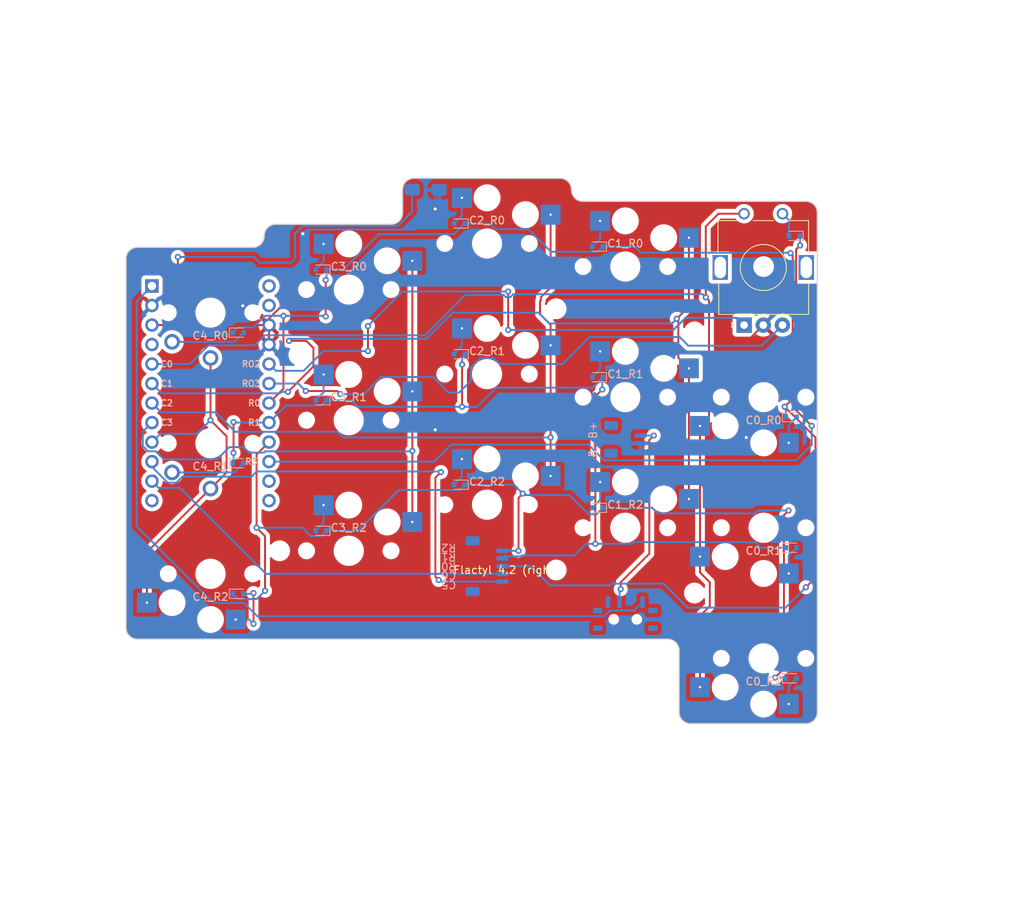
<source format=kicad_pcb>
(kicad_pcb (version 20171130) (host pcbnew 5.1.6)
  (title_block (title right) (rev v1.0.0) (company Unknown))
  (layers (0 F.Cu signal) (31 B.Cu signal) (34 B.Paste user) (35 F.Paste user) (36 B.SilkS user) (37 F.SilkS user) (38 B.Mask user) (39 F.Mask user) (44 Edge.Cuts user))
  (net 0 "")
  (net 1 "C4")
  (net 2 "C4_R0D")
  (net 3 "C4_R0")
  (net 4 "R0")
  (net 5 "C4_R1D")
  (net 6 "C4_R1")
  (net 7 "R1")
  (net 8 "C0")
  (net 9 "C0R3D")
  (net 10 "P2")
  (net 11 "P3")
  (net 12 "GND")
  (net 13 "R3")
  (net 14 "RAW")
  (net 15 "BSLI")
  (net 16 "three")
  (net 17 "RST")
  (net 18 "VCC")
  (net 19 "C1")
  (net 20 "C2")
  (net 21 "C3")
  (net 22 "C5")
  (net 23 "C6")
  (net 24 "P10")
  (net 25 "P1")
  (net 26 "P0")
  (net 27 "R2")
  (net 28 "P8")
  (net 29 "P9")
  (net 30 "Flactyl 4.2 (right)")
  (net 31 "C0_R0D")
  (net 32 "C0_R0")
  (net 33 "C0_R1D")
  (net 34 "C0_R1")
  (net 35 "C0_R2D")
  (net 36 "C0_R2")
  (net 37 "C1_R0D")
  (net 38 "C1_R0")
  (net 39 "C1_R1D")
  (net 40 "C1_R1")
  (net 41 "C1_R2D")
  (net 42 "C1_R2")
  (net 43 "C2_R0D")
  (net 44 "C2_R0")
  (net 45 "C2_R1D")
  (net 46 "C2_R1")
  (net 47 "C2_R2D")
  (net 48 "C2_R2")
  (net 49 "C3_R0D")
  (net 50 "C3_R0")
  (net 51 "C3_R1D")
  (net 52 "C3_R1")
  (net 53 "C3_R2D")
  (net 54 "C3_R2")
  (net 55 "C4_R2D")
  (net 56 "C4_R2")
  (footprint "Kailh_socket_PG1350_no_silk" (layer "B.Cu") (at 0 -34 0)
    (fp_text reference "S1" hide)
    (fp_text user C4_R0 (at -0 3 0) (layer F.SilkS))
    (fp_text user C4_R0 (at -0 3 0) (layer B.SilkS))
    (pad "" np_thru_hole circle (at 0 0) (size 3.429 3.429) (drill 3.429) (layers *.Cu *.Mask))
    (pad "" np_thru_hole circle (at 5.5 0) (size 1.7018 1.7018) (drill 1.7018) (layers *.Cu *.Mask))
    (pad "" np_thru_hole circle (at -5.5 0) (size 1.7018 1.7018) (drill 1.7018) (layers *.Cu *.Mask))
    (pad 1 thru_hole circle (at -5 3.8) (size 2.032 2.032) (drill 1.27) (layers *.Cu *.Mask) (net 2 "C4_R0D"))
    (pad 2 thru_hole circle (at 0 5.9) (size 2.032 2.032) (drill 1.27) (layers *.Cu *.Mask) (net 1 "C4"))
  )
  (footprint "D_SOD-523" (layer "B.Cu") (at 3.6 -31.4 0)
    (fp_text reference "D1" hide)
    (fp_text value "D_SOD-523")
    (pad "1" smd rect (at -0.7 0 0) (size 0.6 0.7) (layers "B.Cu" "B.Paste" "B.Mask") (net 4 "R0"))
    (pad "2" smd rect (at 0.7 0 0) (size 0.6 0.7) (layers "B.Cu" "B.Paste" "B.Mask") (net 2 "C4_R0D"))
  )
  (footprint "Kailh_socket_PG1350_no_silk" (layer "B.Cu") (at 0 -17 0)
    (fp_text reference "S2" hide)
    (fp_text user C4_R1 (at -0 3 0) (layer F.SilkS))
    (fp_text user C4_R1 (at -0 3 0) (layer B.SilkS))
    (pad "" np_thru_hole circle (at 0 0) (size 3.429 3.429) (drill 3.429) (layers *.Cu *.Mask))
    (pad "" np_thru_hole circle (at 5.5 0) (size 1.7018 1.7018) (drill 1.7018) (layers *.Cu *.Mask))
    (pad "" np_thru_hole circle (at -5.5 0) (size 1.7018 1.7018) (drill 1.7018) (layers *.Cu *.Mask))
    (pad 1 thru_hole circle (at -5 3.8) (size 2.032 2.032) (drill 1.27) (layers *.Cu *.Mask) (net 5 "C4_R1D"))
    (pad 2 thru_hole circle (at 0 5.9) (size 2.032 2.032) (drill 1.27) (layers *.Cu *.Mask) (net 1 "C4"))
  )
  (footprint "D_SOD-523" (layer "B.Cu") (at 3.6 -14.4 0)
    (fp_text reference "D2" hide)
    (fp_text value "D_SOD-523")
    (pad "1" smd rect (at -0.7 0 0) (size 0.6 0.7) (layers "B.Cu" "B.Paste" "B.Mask") (net 7 "R1"))
    (pad "2" smd rect (at 0.7 0 0) (size 0.6 0.7) (layers "B.Cu" "B.Paste" "B.Mask") (net 5 "C4_R1D"))
  )
  (module rotary_encoder (layer F.Cu) (at 72 -40 90)
    (fp_text reference "ROT1" hide)
    (fp_text value "")
    (pad A thru_hole rect (at -7.62 -2.54 90) (size 2 2) (drill 1) (layers *.Cu *.Mask) (net 10 "P2"))
    (pad C thru_hole circle (at -7.62 -0.04) (size 2 2) (drill 1) (layers *.Cu *.Mask) (net 12 "GND"))
    (pad B thru_hole circle (at -7.62 2.46) (size 2 2) (drill 1) (layers *.Cu *.Mask) (net 11 "P3"))
    (pad 1 thru_hole circle (at 6.88 -2.54) (size 1.5 1.5) (drill 1) (layers *.Cu *.Mask) (net 8 "C0"))
    (pad 2 thru_hole circle (at 6.88 2.46) (size 1.5 1.5) (drill 1) (layers *.Cu *.Mask) (net 9 "C0R3D"))
    (pad "" np_thru_hole circle (at 0 0 90) (size 2.7 2.7) (drill 2.7) (layers "F&B.Cu"))
    (pad "" thru_hole rect (at -0.12 -5.64 90) (size 3.2 2) (drill oval 2.8 1.5) (layers *.Cu *.Mask))
    (pad "" thru_hole rect (at -0.12 5.56 90) (size 3.2 2) (drill oval 2.8 1.5) (layers *.Cu *.Mask))
  )
  (footprint "D_SOD-523" (layer "B.Cu") (at 76 -44 180)
    (fp_text reference "D3" hide)
    (fp_text value "D_SOD-523")
    (pad "1" smd rect (at -0.7 0 180) (size 0.6 0.7) (layers "B.Cu" "B.Paste" "B.Mask") (net 13 "R3"))
    (pad "2" smd rect (at 0.7 0 180) (size 0.6 0.7) (layers "B.Cu" "B.Paste" "B.Mask") (net 9 "C0R3D"))
  )
  (footprint "easyeda:SW-TH_MSK12C02-HB-1" (layer "F.Cu") (at 54 5.5 180)
    (fp_text reference "SS1" hide)
    (fp_text value "SW-TH_MSK12C02-HB-1" hide)
    (pad "" np_thru_hole circle (at -1.5 -0.43 180) (size 0.9 0.9) (drill 0.9) (layers "*.Cu" "*.Mask"))
    (pad "" np_thru_hole circle (at 1.5 -0.43 180) (size 0.9 0.9) (drill 0.9) (layers "*.Cu" "*.Mask"))
    (pad "1" smd rect (at -2.25 1.82 270) (size 1.524 0.6) (layers "B.Cu" "B.Paste" "B.Mask") (net 14 "RAW"))
    (pad "2" smd rect (at 0.75 1.82 270) (size 1.524 0.6) (layers "B.Cu" "B.Paste" "B.Mask") (net 15 "BSLI"))
    (pad "3" smd rect (at 2.25 1.82 270) (size 1.524 0.6) (layers "B.Cu" "B.Paste" "B.Mask") (net 16 "three"))
    (pad "4" smd rect (at -3.6 -1.58 180) (size 1.2 0.7) (layers "B.Cu" "B.Paste" "B.Mask"))
    (pad "4" smd rect (at -3.6 0.72 180) (size 1.2 0.7) (layers "B.Cu" "B.Paste" "B.Mask"))
    (pad "4" smd rect (at 3.6 -1.58 180) (size 1.2 0.7) (layers "B.Cu" "B.Paste" "B.Mask"))
    (pad "4" smd rect (at 3.6 0.72 180) (size 1.2 0.7) (layers "B.Cu" "B.Paste" "B.Mask"))
  )
  (module "b3u-1000P" (layer "B.Cu") (at 28 -50 180)
    (fp_text reference "SB1" hide)
    (fp_text value "b3u-1000P")
    (pad "1" smd roundrect (at -1.75 0 180) (size 2 1.524) (layers "B.Cu" "B.Paste" "B.Mask") (net 12 "GND"))
    (pad "2" smd roundrect (at 1.75 0 180) (size 2 1.512) (layers "B.Cu" "B.Paste" "B.Mask") (net 17 "RST"))
  )
  (module NiceNano (layer B.Cu) (at 0 -23.5 -90)
    (fp_text reference "MCU1" hide)
    (fp_text value "" hide)
    (fp_text user C0 (at -3.81 5.7 0) (layer F.SilkS) (effects (font (size 0.8 0.8))))
    (fp_text user C1 (at -1.27 5.7 0) (layer F.SilkS) (effects (font (size 0.8 0.8))))
    (fp_text user C2 (at 1.27 5.7 0) (layer F.SilkS) (effects (font (size 0.8 0.8))))
    (fp_text user C3 (at 3.81 5.7 0) (layer F.SilkS) (effects (font (size 0.8 0.8))))
    (fp_text user C0 (at -3.81 5.7 0) (layer B.SilkS) (effects (font (size 0.8 0.8))))
    (fp_text user C1 (at -1.27 5.7 0) (layer B.SilkS) (effects (font (size 0.8 0.8))))
    (fp_text user C2 (at 1.27 5.7 0) (layer B.SilkS) (effects (font (size 0.8 0.8))))
    (fp_text user C3 (at 3.81 5.7 0) (layer B.SilkS) (effects (font (size 0.8 0.8))))
    (fp_text user RO2 (at -3.81 -5.3 0) (layer B.SilkS) (effects (font (size 0.8 0.8))))
    (fp_text user RO3 (at -1.27 -5.3 0) (layer B.SilkS) (effects (font (size 0.8 0.8))))
    (fp_text user RO2 (at -3.81 -5.3 0) (layer F.SilkS) (effects (font (size 0.8 0.8))))
    (fp_text user RO3 (at -1.27 -5.3 0) (layer F.SilkS) (effects (font (size 0.8 0.8))))
    (fp_text user R0 (at 1.27 -5.7 0) (layer F.SilkS) (effects (font (size 0.8 0.8))))
    (fp_text user R1 (at 3.81 -5.7 0) (layer F.SilkS) (effects (font (size 0.8 0.8))))
    (fp_text user R3 (at 8.89 -5.3 0) (layer F.SilkS) (effects (font (size 0.8 0.8))))
    (fp_text user R0 (at 1.27 -5.7 0) (layer B.SilkS) (effects (font (size 0.8 0.8))))
    (fp_text user R1 (at 3.81 -5.7 0) (layer B.SilkS) (effects (font (size 0.8 0.8))))
    (fp_text user R3 (at 8.89 -5.3 0) (layer B.SilkS) (effects (font (size 0.8 0.8))))
    (pad 1 thru_hole rect (at -13.97 7.62 -90) (size 1.7526 1.7526) (drill 1.0922) (layers *.Cu *.Fab *.Mask) (net 14 "RAW"))
    (pad 2 thru_hole circle (at -11.43 7.62 0) (size 1.7526 1.7526) (drill 1.0922) (layers *.Cu *.Fab *.Mask) (net 12 "GND"))
    (pad 3 thru_hole circle (at -8.89 7.62 0) (size 1.7526 1.7526) (drill 1.0922) (layers *.Cu *.Fab *.Mask) (net 17 "RST"))
    (pad 4 thru_hole circle (at -6.35 7.62 0) (size 1.7526 1.7526) (drill 1.0922) (layers *.Cu *.Fab *.Mask) (net 18 "VCC"))
    (pad 5 thru_hole circle (at -3.81 7.62 0) (size 1.7526 1.7526) (drill 1.0922) (layers *.Cu *.Fab *.Mask) (net 8 "C0"))
    (pad 6 thru_hole circle (at -1.27 7.62 0) (size 1.7526 1.7526) (drill 1.0922) (layers *.Cu *.Fab *.Mask) (net 19 "C1"))
    (pad 7 thru_hole circle (at 1.27 7.62 0) (size 1.7526 1.7526) (drill 1.0922) (layers *.Cu *.Fab *.Mask) (net 20 "C2"))
    (pad 8 thru_hole circle (at 3.81 7.62 0) (size 1.7526 1.7526) (drill 1.0922) (layers *.Cu *.Fab *.Mask) (net 21 "C3"))
    (pad 9 thru_hole circle (at 6.35 7.62 0) (size 1.7526 1.7526) (drill 1.0922) (layers *.Cu *.Fab *.Mask) (net 1 "C4"))
    (pad 10 thru_hole circle (at 8.89 7.62 0) (size 1.7526 1.7526) (drill 1.0922) (layers *.Cu *.Fab *.Mask) (net 22 "C5"))
    (pad 11 thru_hole circle (at 11.43 7.62 0) (size 1.7526 1.7526) (drill 1.0922) (layers *.Cu *.Fab *.Mask) (net 23 "C6"))
    (pad 12 thru_hole circle (at 13.97 7.62 0) (size 1.7526 1.7526) (drill 1.0922) (layers *.Cu *.Fab *.Mask) (net 24 "P10"))
    (pad 13 thru_hole circle (at -13.97 -7.62 0) (size 1.7526 1.7526) (drill 1.0922) (layers *.Cu *.Fab *.Mask) (net 25 "P1"))
    (pad 14 thru_hole circle (at -11.43 -7.62 0) (size 1.7526 1.7526) (drill 1.0922) (layers *.Cu *.Fab *.Mask) (net 26 "P0"))
    (pad 15 thru_hole circle (at -8.89 -7.62 0) (size 1.7526 1.7526) (drill 1.0922) (layers *.Cu *.Fab *.Mask) (net 12 "GND"))
    (pad 16 thru_hole circle (at -6.35 -7.62 0) (size 1.7526 1.7526) (drill 1.0922) (layers *.Cu *.Fab *.Mask) (net 12 "GND"))
    (pad 17 thru_hole circle (at -3.81 -7.62 0) (size 1.7526 1.7526) (drill 1.0922) (layers *.Cu *.Fab *.Mask) (net 10 "P2"))
    (pad 18 thru_hole circle (at -1.27 -7.62 0) (size 1.7526 1.7526) (drill 1.0922) (layers *.Cu *.Fab *.Mask) (net 11 "P3"))
    (pad 19 thru_hole circle (at 1.27 -7.62 0) (size 1.7526 1.7526) (drill 1.0922) (layers *.Cu *.Fab *.Mask) (net 4 "R0"))
    (pad 20 thru_hole circle (at 3.81 -7.62 0) (size 1.7526 1.7526) (drill 1.0922) (layers *.Cu *.Fab *.Mask) (net 7 "R1"))
    (pad 21 thru_hole circle (at 6.35 -7.62 0) (size 1.7526 1.7526) (drill 1.0922) (layers *.Cu *.Fab *.Mask) (net 27 "R2"))
    (pad 22 thru_hole circle (at 8.89 -7.62 0) (size 1.7526 1.7526) (drill 1.0922) (layers *.Cu *.Fab *.Mask) (net 13 "R3"))
    (pad 23 thru_hole circle (at 11.43 -7.62 0) (size 1.7526 1.7526) (drill 1.0922) (layers *.Cu *.Fab *.Mask) (net 28 "P8"))
    (pad 24 thru_hole circle (at 13.97 -7.62 0) (size 1.7526 1.7526) (drill 1.0922) (layers *.Cu *.Fab *.Mask) (net 29 "P9"))
  )
  (footprint "JST_SH_SM02B-SRSS-TB_1x02-1MP_P1.00mm_Horizontal" (layer "B.Cu") (at 54 -17.5 90)
    (fp_text reference "JB1" hide hide)
    (fp_text value "JST_SH_SM02B-SRSS-TB_1x02-1MP_P1.00mm_Horizontal" hide)
    (fp_text user "B+" (at 1.2 -4.2 90 unlocked) (layer "B.SilkS"))
    (fp_text user "B-" (at -1.2 -4.2 90 unlocked) (layer "B.SilkS"))
    (pad "2" smd roundrect (at 0.5 2 90) (size 0.6 1.55) (layers "B.Cu" "B.Paste" "B.Mask") (net 15 "BSLI"))
    (pad "1" smd roundrect (at -0.5 2 90) (size 0.6 1.55) (layers "B.Cu" "B.Paste" "B.Mask") (net 12 "GND"))
    (pad "MP" smd roundrect (at 1.8 -1.875 90) (size 1.2 1.8) (layers "B.Cu" "B.Paste" "B.Mask") (roundrect_rratio 0.208333))
    (pad "MP" smd roundrect (at -1.8 -1.875 90) (size 1.2 1.8) (layers "B.Cu" "B.Paste" "B.Mask") (roundrect_rratio 0.208333))
  )
  (footprint "JST_SH_SM05B-SRSS-TB_1x05-1MP_P1.00mm_Horizontal" (layer "B.Cu") (at 36 -1 450)
    (fp_text reference "JC1" hide)
    (fp_text user "R2" (at 2.4 -5 540 unlocked) (layer "B.SilkS"))
    (fp_text user "R1" (at 1.2 -5 540 unlocked) (layer "B.SilkS"))
    (fp_text user "R0" (at 0 -5 540 unlocked) (layer "B.SilkS"))
    (fp_text user "C6" (at -1.2 -5 540 unlocked) (layer "B.SilkS"))
    (fp_text user "C5" (at -2.4 -5 540 unlocked) (layer "B.SilkS"))
    (pad "5" smd roundrect (at 2 2 450) (size 0.6 1.55) (layers "B.Cu" "B.Paste" "B.Mask") (net 27 "R2"))
    (pad "4" smd roundrect (at 1 2 450) (size 0.6 1.55) (layers "B.Cu" "B.Paste" "B.Mask") (net 7 "R1"))
    (pad "3" smd roundrect (at 0 2 450) (size 0.6 1.55) (layers "B.Cu" "B.Paste" "B.Mask") (net 4 "R0"))
    (pad "2" smd roundrect (at -1 2 450) (size 0.6 1.55) (layers "B.Cu" "B.Paste" "B.Mask") (net 23 "C6"))
    (pad "1" smd roundrect (at -2 2 450) (size 0.6 1.55) (layers "B.Cu" "B.Paste" "B.Mask") (net 22 "C5"))
    (pad "MP" smd roundrect (at -3.3 -1.875 450) (size 1.2 1.8) (layers "B.Cu" "B.Paste" "B.Mask") (roundrect_rratio 0.208333))
    (pad "MP" smd roundrect (at 3.3 -1.875 450) (size 1.2 1.8) (layers "B.Cu" "B.Paste" "B.Mask") (roundrect_rratio 0.208333))
  )
  (footprint "somelogo" (layer "F.SilkS") (at 38.5 -0.5 0)
    (fp_text reference "T1" hide)
    (fp_text value "Flactyl 4.2 (right)" (at 0 0 0) (layer "F.SilkS"))
  )
  (footprint "MountingHole_2.2mm_M2" (layer "F.Cu") (at 11.5 -28.5 0)
    (fp_text reference "H1" hide hide)
    (pad "" np_thru_hole circle (at 0 0) (size 2.2 2.2) (drill 2.2) (layers *.Cu *.Mask))
  )
  (footprint "MountingHole_2.2mm_M2" (layer "F.Cu") (at 45 -34.5 0)
    (fp_text reference "H2" hide hide)
    (pad "" np_thru_hole circle (at 0 0) (size 2.2 2.2) (drill 2.2) (layers *.Cu *.Mask))
  )
  (footprint "MountingHole_2.2mm_M2" (layer "F.Cu") (at 45 -0.5 0)
    (fp_text reference "H3" hide hide)
    (pad "" np_thru_hole circle (at 0 0) (size 2.2 2.2) (drill 2.2) (layers *.Cu *.Mask))
  )
  (footprint "MountingHole_2.2mm_M2" (layer "F.Cu") (at 63 -31.5 0)
    (fp_text reference "H4" hide hide)
    (pad "" np_thru_hole circle (at 0 0) (size 2.2 2.2) (drill 2.2) (layers *.Cu *.Mask))
  )
  (footprint "MountingHole_2.2mm_M2" (layer "F.Cu") (at 63 2.5 0)
    (fp_text reference "H5" hide hide)
    (pad "" np_thru_hole circle (at 0 0) (size 2.2 2.2) (drill 2.2) (layers *.Cu *.Mask))
  )
  (footprint "Kailh_socket_PG1350_no_silk" (layer "B.Cu") (at 72 -23 0)
    (fp_text reference "S3" hide)
    (fp_text user C0_R0 (at -0 3 0) (layer F.SilkS))
    (fp_text user C0_R0 (at -0 3 0) (layer B.SilkS))
    (pad "" np_thru_hole circle (at 0 0) (size 3.429 3.429) (drill 3.429) (layers *.Cu *.Mask))
    (pad "" np_thru_hole circle (at 5.5 0) (size 1.7018 1.7018) (drill 1.7018) (layers *.Cu *.Mask))
    (pad "" np_thru_hole circle (at -5.5 0) (size 1.7018 1.7018) (drill 1.7018) (layers *.Cu *.Mask))
    (pad "" np_thru_hole circle (at -5 3.75) (size 3 3) (drill 3) (layers *.Cu *.Mask))
    (pad "" np_thru_hole circle (at 0 5.95) (size 3 3) (drill 3) (layers *.Cu *.Mask))
    (pad "1" smd rect (at 3.275 5.95) (size 2.6 2.6) (layers "B.Cu" "B.Paste" "B.Mask") (net 31 "C0_R0D"))
    (pad "2" smd rect (at -8.275 3.75) (size 2.6 2.6) (layers "B.Cu" "B.Paste" "B.Mask") (net 8 "C0"))
    (pad "3" thru_hole circle (at 3.275 5.95) (size 0.6 0.6) (drill 0.3) (layers *.Cu) (net 31 "C0_R0D"))
    (pad "4" thru_hole circle (at -8.275 3.75) (size 0.6 0.6) (drill 0.3) (layers *.Cu) (net 8 "C0"))
  )
  (footprint "D_SOD-523" (layer "B.Cu") (at 75.6 -20.4 0)
    (fp_text reference "D4" hide)
    (fp_text value "D_SOD-523")
    (pad "1" smd rect (at -0.7 0 0) (size 0.6 0.7) (layers "B.Cu" "B.Paste" "B.Mask") (net 4 "R0"))
    (pad "2" smd rect (at 0.7 0 0) (size 0.6 0.7) (layers "B.Cu" "B.Paste" "B.Mask") (net 31 "C0_R0D"))
  )
  (footprint "Kailh_socket_PG1350_no_silk" (layer "B.Cu") (at 72 -6 0)
    (fp_text reference "S4" hide)
    (fp_text user C0_R1 (at -0 3 0) (layer F.SilkS))
    (fp_text user C0_R1 (at -0 3 0) (layer B.SilkS))
    (pad "" np_thru_hole circle (at 0 0) (size 3.429 3.429) (drill 3.429) (layers *.Cu *.Mask))
    (pad "" np_thru_hole circle (at 5.5 0) (size 1.7018 1.7018) (drill 1.7018) (layers *.Cu *.Mask))
    (pad "" np_thru_hole circle (at -5.5 0) (size 1.7018 1.7018) (drill 1.7018) (layers *.Cu *.Mask))
    (pad "" np_thru_hole circle (at -5 3.75) (size 3 3) (drill 3) (layers *.Cu *.Mask))
    (pad "" np_thru_hole circle (at 0 5.95) (size 3 3) (drill 3) (layers *.Cu *.Mask))
    (pad "1" smd rect (at 3.275 5.95) (size 2.6 2.6) (layers "B.Cu" "B.Paste" "B.Mask") (net 33 "C0_R1D"))
    (pad "2" smd rect (at -8.275 3.75) (size 2.6 2.6) (layers "B.Cu" "B.Paste" "B.Mask") (net 8 "C0"))
    (pad "3" thru_hole circle (at 3.275 5.95) (size 0.6 0.6) (drill 0.3) (layers *.Cu) (net 33 "C0_R1D"))
    (pad "4" thru_hole circle (at -8.275 3.75) (size 0.6 0.6) (drill 0.3) (layers *.Cu) (net 8 "C0"))
  )
  (footprint "D_SOD-523" (layer "B.Cu") (at 75.6 -3.4 0)
    (fp_text reference "D5" hide)
    (fp_text value "D_SOD-523")
    (pad "1" smd rect (at -0.7 0 0) (size 0.6 0.7) (layers "B.Cu" "B.Paste" "B.Mask") (net 7 "R1"))
    (pad "2" smd rect (at 0.7 0 0) (size 0.6 0.7) (layers "B.Cu" "B.Paste" "B.Mask") (net 33 "C0_R1D"))
  )
  (footprint "Kailh_socket_PG1350_no_silk" (layer "B.Cu") (at 72 11 0)
    (fp_text reference "S5" hide)
    (fp_text user C0_R2 (at -0 3 0) (layer F.SilkS))
    (fp_text user C0_R2 (at -0 3 0) (layer B.SilkS))
    (pad "" np_thru_hole circle (at 0 0) (size 3.429 3.429) (drill 3.429) (layers *.Cu *.Mask))
    (pad "" np_thru_hole circle (at 5.5 0) (size 1.7018 1.7018) (drill 1.7018) (layers *.Cu *.Mask))
    (pad "" np_thru_hole circle (at -5.5 0) (size 1.7018 1.7018) (drill 1.7018) (layers *.Cu *.Mask))
    (pad "" np_thru_hole circle (at -5 3.75) (size 3 3) (drill 3) (layers *.Cu *.Mask))
    (pad "" np_thru_hole circle (at 0 5.95) (size 3 3) (drill 3) (layers *.Cu *.Mask))
    (pad "1" smd rect (at 3.275 5.95) (size 2.6 2.6) (layers "B.Cu" "B.Paste" "B.Mask") (net 35 "C0_R2D"))
    (pad "2" smd rect (at -8.275 3.75) (size 2.6 2.6) (layers "B.Cu" "B.Paste" "B.Mask") (net 8 "C0"))
    (pad "3" thru_hole circle (at 3.275 5.95) (size 0.6 0.6) (drill 0.3) (layers *.Cu) (net 35 "C0_R2D"))
    (pad "4" thru_hole circle (at -8.275 3.75) (size 0.6 0.6) (drill 0.3) (layers *.Cu) (net 8 "C0"))
  )
  (footprint "D_SOD-523" (layer "B.Cu") (at 75.6 13.6 0)
    (fp_text reference "D6" hide)
    (fp_text value "D_SOD-523")
    (pad "1" smd rect (at -0.7 0 0) (size 0.6 0.7) (layers "B.Cu" "B.Paste" "B.Mask") (net 27 "R2"))
    (pad "2" smd rect (at 0.7 0 0) (size 0.6 0.7) (layers "B.Cu" "B.Paste" "B.Mask") (net 35 "C0_R2D"))
  )
  (footprint "Kailh_socket_PG1350_no_silk" (layer "B.Cu") (at 54 -40 180)
    (fp_text reference "S6" hide)
    (fp_text user C1_R0 (at -0 3 180) (layer F.SilkS))
    (fp_text user C1_R0 (at -0 3 180) (layer B.SilkS))
    (pad "" np_thru_hole circle (at 0 0) (size 3.429 3.429) (drill 3.429) (layers *.Cu *.Mask))
    (pad "" np_thru_hole circle (at 5.5 0) (size 1.7018 1.7018) (drill 1.7018) (layers *.Cu *.Mask))
    (pad "" np_thru_hole circle (at -5.5 0) (size 1.7018 1.7018) (drill 1.7018) (layers *.Cu *.Mask))
    (pad "" np_thru_hole circle (at -5 3.75) (size 3 3) (drill 3) (layers *.Cu *.Mask))
    (pad "" np_thru_hole circle (at 0 5.95) (size 3 3) (drill 3) (layers *.Cu *.Mask))
    (pad "1" smd rect (at 3.275 5.95) (size 2.6 2.6) (layers "B.Cu" "B.Paste" "B.Mask") (net 37 "C1_R0D"))
    (pad "2" smd rect (at -8.275 3.75) (size 2.6 2.6) (layers "B.Cu" "B.Paste" "B.Mask") (net 19 "C1"))
    (pad "3" thru_hole circle (at 3.275 5.95) (size 0.6 0.6) (drill 0.3) (layers *.Cu) (net 37 "C1_R0D"))
    (pad "4" thru_hole circle (at -8.275 3.75) (size 0.6 0.6) (drill 0.3) (layers *.Cu) (net 19 "C1"))
  )
  (footprint "D_SOD-523" (layer "B.Cu") (at 50.4 -42.6 180)
    (fp_text reference "D7" hide)
    (fp_text value "D_SOD-523")
    (pad "1" smd rect (at -0.7 0 180) (size 0.6 0.7) (layers "B.Cu" "B.Paste" "B.Mask") (net 4 "R0"))
    (pad "2" smd rect (at 0.7 0 180) (size 0.6 0.7) (layers "B.Cu" "B.Paste" "B.Mask") (net 37 "C1_R0D"))
  )
  (footprint "Kailh_socket_PG1350_no_silk" (layer "B.Cu") (at 54 -23 180)
    (fp_text reference "S7" hide)
    (fp_text user C1_R1 (at -0 3 180) (layer F.SilkS))
    (fp_text user C1_R1 (at -0 3 180) (layer B.SilkS))
    (pad "" np_thru_hole circle (at 0 0) (size 3.429 3.429) (drill 3.429) (layers *.Cu *.Mask))
    (pad "" np_thru_hole circle (at 5.5 0) (size 1.7018 1.7018) (drill 1.7018) (layers *.Cu *.Mask))
    (pad "" np_thru_hole circle (at -5.5 0) (size 1.7018 1.7018) (drill 1.7018) (layers *.Cu *.Mask))
    (pad "" np_thru_hole circle (at -5 3.75) (size 3 3) (drill 3) (layers *.Cu *.Mask))
    (pad "" np_thru_hole circle (at 0 5.95) (size 3 3) (drill 3) (layers *.Cu *.Mask))
    (pad "1" smd rect (at 3.275 5.95) (size 2.6 2.6) (layers "B.Cu" "B.Paste" "B.Mask") (net 39 "C1_R1D"))
    (pad "2" smd rect (at -8.275 3.75) (size 2.6 2.6) (layers "B.Cu" "B.Paste" "B.Mask") (net 19 "C1"))
    (pad "3" thru_hole circle (at 3.275 5.95) (size 0.6 0.6) (drill 0.3) (layers *.Cu) (net 39 "C1_R1D"))
    (pad "4" thru_hole circle (at -8.275 3.75) (size 0.6 0.6) (drill 0.3) (layers *.Cu) (net 19 "C1"))
  )
  (footprint "D_SOD-523" (layer "B.Cu") (at 50.4 -25.6 180)
    (fp_text reference "D8" hide)
    (fp_text value "D_SOD-523")
    (pad "1" smd rect (at -0.7 0 180) (size 0.6 0.7) (layers "B.Cu" "B.Paste" "B.Mask") (net 7 "R1"))
    (pad "2" smd rect (at 0.7 0 180) (size 0.6 0.7) (layers "B.Cu" "B.Paste" "B.Mask") (net 39 "C1_R1D"))
  )
  (footprint "Kailh_socket_PG1350_no_silk" (layer "B.Cu") (at 54 -6 180)
    (fp_text reference "S8" hide)
    (fp_text user C1_R2 (at -0 3 180) (layer F.SilkS))
    (fp_text user C1_R2 (at -0 3 180) (layer B.SilkS))
    (pad "" np_thru_hole circle (at 0 0) (size 3.429 3.429) (drill 3.429) (layers *.Cu *.Mask))
    (pad "" np_thru_hole circle (at 5.5 0) (size 1.7018 1.7018) (drill 1.7018) (layers *.Cu *.Mask))
    (pad "" np_thru_hole circle (at -5.5 0) (size 1.7018 1.7018) (drill 1.7018) (layers *.Cu *.Mask))
    (pad "" np_thru_hole circle (at -5 3.75) (size 3 3) (drill 3) (layers *.Cu *.Mask))
    (pad "" np_thru_hole circle (at 0 5.95) (size 3 3) (drill 3) (layers *.Cu *.Mask))
    (pad "1" smd rect (at 3.275 5.95) (size 2.6 2.6) (layers "B.Cu" "B.Paste" "B.Mask") (net 41 "C1_R2D"))
    (pad "2" smd rect (at -8.275 3.75) (size 2.6 2.6) (layers "B.Cu" "B.Paste" "B.Mask") (net 19 "C1"))
    (pad "3" thru_hole circle (at 3.275 5.95) (size 0.6 0.6) (drill 0.3) (layers *.Cu) (net 41 "C1_R2D"))
    (pad "4" thru_hole circle (at -8.275 3.75) (size 0.6 0.6) (drill 0.3) (layers *.Cu) (net 19 "C1"))
  )
  (footprint "D_SOD-523" (layer "B.Cu") (at 50.4 -8.6 180)
    (fp_text reference "D9" hide)
    (fp_text value "D_SOD-523")
    (pad "1" smd rect (at -0.7 0 180) (size 0.6 0.7) (layers "B.Cu" "B.Paste" "B.Mask") (net 27 "R2"))
    (pad "2" smd rect (at 0.7 0 180) (size 0.6 0.7) (layers "B.Cu" "B.Paste" "B.Mask") (net 41 "C1_R2D"))
  )
  (footprint "Kailh_socket_PG1350_no_silk" (layer "B.Cu") (at 36 -43 -180)
    (fp_text reference "S9" hide)
    (fp_text user C2_R0 (at -0 3 -180) (layer F.SilkS))
    (fp_text user C2_R0 (at -0 3 -180) (layer B.SilkS))
    (pad "" np_thru_hole circle (at 0 0) (size 3.429 3.429) (drill 3.429) (layers *.Cu *.Mask))
    (pad "" np_thru_hole circle (at 5.5 0) (size 1.7018 1.7018) (drill 1.7018) (layers *.Cu *.Mask))
    (pad "" np_thru_hole circle (at -5.5 0) (size 1.7018 1.7018) (drill 1.7018) (layers *.Cu *.Mask))
    (pad "" np_thru_hole circle (at -5 3.75) (size 3 3) (drill 3) (layers *.Cu *.Mask))
    (pad "" np_thru_hole circle (at 0 5.95) (size 3 3) (drill 3) (layers *.Cu *.Mask))
    (pad "1" smd rect (at 3.275 5.95) (size 2.6 2.6) (layers "B.Cu" "B.Paste" "B.Mask") (net 43 "C2_R0D"))
    (pad "2" smd rect (at -8.275 3.75) (size 2.6 2.6) (layers "B.Cu" "B.Paste" "B.Mask") (net 20 "C2"))
    (pad "3" thru_hole circle (at 3.275 5.95) (size 0.6 0.6) (drill 0.3) (layers *.Cu) (net 43 "C2_R0D"))
    (pad "4" thru_hole circle (at -8.275 3.75) (size 0.6 0.6) (drill 0.3) (layers *.Cu) (net 20 "C2"))
  )
  (footprint "D_SOD-523" (layer "B.Cu") (at 32.4 -45.6 -180)
    (fp_text reference "D10" hide)
    (fp_text value "D_SOD-523")
    (pad "1" smd rect (at -0.7 0 -180) (size 0.6 0.7) (layers "B.Cu" "B.Paste" "B.Mask") (net 4 "R0"))
    (pad "2" smd rect (at 0.7 0 -180) (size 0.6 0.7) (layers "B.Cu" "B.Paste" "B.Mask") (net 43 "C2_R0D"))
  )
  (footprint "Kailh_socket_PG1350_no_silk" (layer "B.Cu") (at 36 -26 180)
    (fp_text reference "S10" hide)
    (fp_text user C2_R1 (at -0 3 180) (layer F.SilkS))
    (fp_text user C2_R1 (at -0 3 180) (layer B.SilkS))
    (pad "" np_thru_hole circle (at 0 0) (size 3.429 3.429) (drill 3.429) (layers *.Cu *.Mask))
    (pad "" np_thru_hole circle (at 5.5 0) (size 1.7018 1.7018) (drill 1.7018) (layers *.Cu *.Mask))
    (pad "" np_thru_hole circle (at -5.5 0) (size 1.7018 1.7018) (drill 1.7018) (layers *.Cu *.Mask))
    (pad "" np_thru_hole circle (at -5 3.75) (size 3 3) (drill 3) (layers *.Cu *.Mask))
    (pad "" np_thru_hole circle (at 0 5.95) (size 3 3) (drill 3) (layers *.Cu *.Mask))
    (pad "1" smd rect (at 3.275 5.95) (size 2.6 2.6) (layers "B.Cu" "B.Paste" "B.Mask") (net 45 "C2_R1D"))
    (pad "2" smd rect (at -8.275 3.75) (size 2.6 2.6) (layers "B.Cu" "B.Paste" "B.Mask") (net 20 "C2"))
    (pad "3" thru_hole circle (at 3.275 5.95) (size 0.6 0.6) (drill 0.3) (layers *.Cu) (net 45 "C2_R1D"))
    (pad "4" thru_hole circle (at -8.275 3.75) (size 0.6 0.6) (drill 0.3) (layers *.Cu) (net 20 "C2"))
  )
  (footprint "D_SOD-523" (layer "B.Cu") (at 32.4 -28.6 180)
    (fp_text reference "D11" hide)
    (fp_text value "D_SOD-523")
    (pad "1" smd rect (at -0.7 0 180) (size 0.6 0.7) (layers "B.Cu" "B.Paste" "B.Mask") (net 7 "R1"))
    (pad "2" smd rect (at 0.7 0 180) (size 0.6 0.7) (layers "B.Cu" "B.Paste" "B.Mask") (net 45 "C2_R1D"))
  )
  (footprint "Kailh_socket_PG1350_no_silk" (layer "B.Cu") (at 36 -9 180)
    (fp_text reference "S11" hide)
    (fp_text user C2_R2 (at -0 3 180) (layer F.SilkS))
    (fp_text user C2_R2 (at -0 3 180) (layer B.SilkS))
    (pad "" np_thru_hole circle (at 0 0) (size 3.429 3.429) (drill 3.429) (layers *.Cu *.Mask))
    (pad "" np_thru_hole circle (at 5.5 0) (size 1.7018 1.7018) (drill 1.7018) (layers *.Cu *.Mask))
    (pad "" np_thru_hole circle (at -5.5 0) (size 1.7018 1.7018) (drill 1.7018) (layers *.Cu *.Mask))
    (pad "" np_thru_hole circle (at -5 3.75) (size 3 3) (drill 3) (layers *.Cu *.Mask))
    (pad "" np_thru_hole circle (at 0 5.95) (size 3 3) (drill 3) (layers *.Cu *.Mask))
    (pad "1" smd rect (at 3.275 5.95) (size 2.6 2.6) (layers "B.Cu" "B.Paste" "B.Mask") (net 47 "C2_R2D"))
    (pad "2" smd rect (at -8.275 3.75) (size 2.6 2.6) (layers "B.Cu" "B.Paste" "B.Mask") (net 20 "C2"))
    (pad "3" thru_hole circle (at 3.275 5.95) (size 0.6 0.6) (drill 0.3) (layers *.Cu) (net 47 "C2_R2D"))
    (pad "4" thru_hole circle (at -8.275 3.75) (size 0.6 0.6) (drill 0.3) (layers *.Cu) (net 20 "C2"))
  )
  (footprint "D_SOD-523" (layer "B.Cu") (at 32.4 -11.6 180)
    (fp_text reference "D12" hide)
    (fp_text value "D_SOD-523")
    (pad "1" smd rect (at -0.7 0 180) (size 0.6 0.7) (layers "B.Cu" "B.Paste" "B.Mask") (net 27 "R2"))
    (pad "2" smd rect (at 0.7 0 180) (size 0.6 0.7) (layers "B.Cu" "B.Paste" "B.Mask") (net 47 "C2_R2D"))
  )
  (footprint "Kailh_socket_PG1350_no_silk" (layer "B.Cu") (at 18 -37 -180)
    (fp_text reference "S12" hide)
    (fp_text user C3_R0 (at -0 3 -180) (layer F.SilkS))
    (fp_text user C3_R0 (at -0 3 -180) (layer B.SilkS))
    (pad "" np_thru_hole circle (at 0 0) (size 3.429 3.429) (drill 3.429) (layers *.Cu *.Mask))
    (pad "" np_thru_hole circle (at 5.5 0) (size 1.7018 1.7018) (drill 1.7018) (layers *.Cu *.Mask))
    (pad "" np_thru_hole circle (at -5.5 0) (size 1.7018 1.7018) (drill 1.7018) (layers *.Cu *.Mask))
    (pad "" np_thru_hole circle (at -5 3.75) (size 3 3) (drill 3) (layers *.Cu *.Mask))
    (pad "" np_thru_hole circle (at 0 5.95) (size 3 3) (drill 3) (layers *.Cu *.Mask))
    (pad "1" smd rect (at 3.275 5.95) (size 2.6 2.6) (layers "B.Cu" "B.Paste" "B.Mask") (net 49 "C3_R0D"))
    (pad "2" smd rect (at -8.275 3.75) (size 2.6 2.6) (layers "B.Cu" "B.Paste" "B.Mask") (net 21 "C3"))
    (pad "3" thru_hole circle (at 3.275 5.95) (size 0.6 0.6) (drill 0.3) (layers *.Cu) (net 49 "C3_R0D"))
    (pad "4" thru_hole circle (at -8.275 3.75) (size 0.6 0.6) (drill 0.3) (layers *.Cu) (net 21 "C3"))
  )
  (footprint "D_SOD-523" (layer "B.Cu") (at 14.4 -39.6 -180)
    (fp_text reference "D13" hide)
    (fp_text value "D_SOD-523")
    (pad "1" smd rect (at -0.7 0 -180) (size 0.6 0.7) (layers "B.Cu" "B.Paste" "B.Mask") (net 4 "R0"))
    (pad "2" smd rect (at 0.7 0 -180) (size 0.6 0.7) (layers "B.Cu" "B.Paste" "B.Mask") (net 49 "C3_R0D"))
  )
  (footprint "Kailh_socket_PG1350_no_silk" (layer "B.Cu") (at 18 -20 -180)
    (fp_text reference "S13" hide)
    (fp_text user C3_R1 (at -0 3 -180) (layer F.SilkS))
    (fp_text user C3_R1 (at -0 3 -180) (layer B.SilkS))
    (pad "" np_thru_hole circle (at 0 0) (size 3.429 3.429) (drill 3.429) (layers *.Cu *.Mask))
    (pad "" np_thru_hole circle (at 5.5 0) (size 1.7018 1.7018) (drill 1.7018) (layers *.Cu *.Mask))
    (pad "" np_thru_hole circle (at -5.5 0) (size 1.7018 1.7018) (drill 1.7018) (layers *.Cu *.Mask))
    (pad "" np_thru_hole circle (at -5 3.75) (size 3 3) (drill 3) (layers *.Cu *.Mask))
    (pad "" np_thru_hole circle (at 0 5.95) (size 3 3) (drill 3) (layers *.Cu *.Mask))
    (pad "1" smd rect (at 3.275 5.95) (size 2.6 2.6) (layers "B.Cu" "B.Paste" "B.Mask") (net 51 "C3_R1D"))
    (pad "2" smd rect (at -8.275 3.75) (size 2.6 2.6) (layers "B.Cu" "B.Paste" "B.Mask") (net 21 "C3"))
    (pad "3" thru_hole circle (at 3.275 5.95) (size 0.6 0.6) (drill 0.3) (layers *.Cu) (net 51 "C3_R1D"))
    (pad "4" thru_hole circle (at -8.275 3.75) (size 0.6 0.6) (drill 0.3) (layers *.Cu) (net 21 "C3"))
  )
  (footprint "D_SOD-523" (layer "B.Cu") (at 14.4 -22.6 -180)
    (fp_text reference "D14" hide)
    (fp_text value "D_SOD-523")
    (pad "1" smd rect (at -0.7 0 -180) (size 0.6 0.7) (layers "B.Cu" "B.Paste" "B.Mask") (net 7 "R1"))
    (pad "2" smd rect (at 0.7 0 -180) (size 0.6 0.7) (layers "B.Cu" "B.Paste" "B.Mask") (net 51 "C3_R1D"))
  )
  (footprint "Kailh_socket_PG1350_no_silk" (layer "B.Cu") (at 18 -3 180)
    (fp_text reference "S14" hide)
    (fp_text user C3_R2 (at -0 3 180) (layer F.SilkS))
    (fp_text user C3_R2 (at -0 3 180) (layer B.SilkS))
    (pad "" np_thru_hole circle (at 0 0) (size 3.429 3.429) (drill 3.429) (layers *.Cu *.Mask))
    (pad "" np_thru_hole circle (at 5.5 0) (size 1.7018 1.7018) (drill 1.7018) (layers *.Cu *.Mask))
    (pad "" np_thru_hole circle (at -5.5 0) (size 1.7018 1.7018) (drill 1.7018) (layers *.Cu *.Mask))
    (pad "" np_thru_hole circle (at -5 3.75) (size 3 3) (drill 3) (layers *.Cu *.Mask))
    (pad "" np_thru_hole circle (at 0 5.95) (size 3 3) (drill 3) (layers *.Cu *.Mask))
    (pad "1" smd rect (at 3.275 5.95) (size 2.6 2.6) (layers "B.Cu" "B.Paste" "B.Mask") (net 53 "C3_R2D"))
    (pad "2" smd rect (at -8.275 3.75) (size 2.6 2.6) (layers "B.Cu" "B.Paste" "B.Mask") (net 21 "C3"))
    (pad "3" thru_hole circle (at 3.275 5.95) (size 0.6 0.6) (drill 0.3) (layers *.Cu) (net 53 "C3_R2D"))
    (pad "4" thru_hole circle (at -8.275 3.75) (size 0.6 0.6) (drill 0.3) (layers *.Cu) (net 21 "C3"))
  )
  (footprint "D_SOD-523" (layer "B.Cu") (at 14.4 -5.6 180)
    (fp_text reference "D15" hide)
    (fp_text value "D_SOD-523")
    (pad "1" smd rect (at -0.7 0 180) (size 0.6 0.7) (layers "B.Cu" "B.Paste" "B.Mask") (net 27 "R2"))
    (pad "2" smd rect (at 0.7 0 180) (size 0.6 0.7) (layers "B.Cu" "B.Paste" "B.Mask") (net 53 "C3_R2D"))
  )
  (footprint "Kailh_socket_PG1350_no_silk" (layer "B.Cu") (at 0 0 0)
    (fp_text reference "S15" hide)
    (fp_text user C4_R2 (at -0 3 0) (layer F.SilkS))
    (fp_text user C4_R2 (at -0 3 0) (layer B.SilkS))
    (pad "" np_thru_hole circle (at 0 0) (size 3.429 3.429) (drill 3.429) (layers *.Cu *.Mask))
    (pad "" np_thru_hole circle (at 5.5 0) (size 1.7018 1.7018) (drill 1.7018) (layers *.Cu *.Mask))
    (pad "" np_thru_hole circle (at -5.5 0) (size 1.7018 1.7018) (drill 1.7018) (layers *.Cu *.Mask))
    (pad "" np_thru_hole circle (at -5 3.75) (size 3 3) (drill 3) (layers *.Cu *.Mask))
    (pad "" np_thru_hole circle (at 0 5.95) (size 3 3) (drill 3) (layers *.Cu *.Mask))
    (pad "1" smd rect (at 3.275 5.95) (size 2.6 2.6) (layers "B.Cu" "B.Paste" "B.Mask") (net 55 "C4_R2D"))
    (pad "2" smd rect (at -8.275 3.75) (size 2.6 2.6) (layers "B.Cu" "B.Paste" "B.Mask") (net 1 "C4"))
    (pad "3" thru_hole circle (at 3.275 5.95) (size 0.6 0.6) (drill 0.3) (layers *.Cu) (net 55 "C4_R2D"))
    (pad "4" thru_hole circle (at -8.275 3.75) (size 0.6 0.6) (drill 0.3) (layers *.Cu) (net 1 "C4"))
  )
  (footprint "D_SOD-523" (layer "B.Cu") (at 3.6 2.6 0)
    (fp_text reference "D16" hide)
    (fp_text value "D_SOD-523")
    (pad "1" smd rect (at -0.7 0 0) (size 0.6 0.7) (layers "B.Cu" "B.Paste" "B.Mask") (net 27 "R2"))
    (pad "2" smd rect (at 0.7 0 0) (size 0.6 0.7) (layers "B.Cu" "B.Paste" "B.Mask") (net 55 "C4_R2D"))
  )
  (gr_line (start -9.51 8.5) (end 59.51 8.5) (angle 90) (layer Edge.Cuts) (width 0.15))
  (gr_line (start -11 7.01) (end -11 -41.01) (angle 90) (layer Edge.Cuts) (width 0.15))
  (gr_line (start 5.51 -42.5) (end -9.51 -42.5) (angle 90) (layer Edge.Cuts) (width 0.15))
  (gr_line (start 23.51 -45.5) (end 8.49 -45.5) (angle 90) (layer Edge.Cuts) (width 0.15))
  (gr_line (start 7 -44.01) (end 7 -43.99) (angle 90) (layer Edge.Cuts) (width 0.15))
  (gr_line (start 47 -49.99) (end 47 -50.01) (angle 90) (layer Edge.Cuts) (width 0.15))
  (gr_line (start 45.51 -51.5) (end 26.49 -51.5) (angle 90) (layer Edge.Cuts) (width 0.15))
  (gr_line (start 25 -50.01) (end 25 -46.99) (angle 90) (layer Edge.Cuts) (width 0.15))
  (gr_line (start 48.49 -48.5) (end 77.51 -48.5) (angle 90) (layer Edge.Cuts) (width 0.15))
  (gr_line (start 62.49 19.5) (end 77.51 19.5) (angle 90) (layer Edge.Cuts) (width 0.15))
  (gr_line (start 61 9.99) (end 61 18.01) (angle 90) (layer Edge.Cuts) (width 0.15))
  (gr_line (start 79 -47.01) (end 79 18.01) (angle 90) (layer Edge.Cuts) (width 0.15))
  (gr_arc (start 59.51 9.99) (end 61 9.99) (angle -90) (layer Edge.Cuts) (width 0.15))
  (gr_arc (start 62.49 18.01) (end 61 18.01) (angle -90) (layer Edge.Cuts) (width 0.15))
  (gr_arc (start 77.51 18.01) (end 77.51 19.5) (angle -90) (layer Edge.Cuts) (width 0.15))
  (gr_arc (start 77.51 -47.01) (end 79 -47.01) (angle -90) (layer Edge.Cuts) (width 0.15))
  (gr_arc (start 48.49 -49.99) (end 47 -49.99) (angle -90) (layer Edge.Cuts) (width 0.15))
  (gr_arc (start 45.51 -50.01) (end 47 -50.01) (angle -90) (layer Edge.Cuts) (width 0.15))
  (gr_arc (start 26.49 -50.01) (end 26.49 -51.5) (angle -90) (layer Edge.Cuts) (width 0.15))
  (gr_arc (start 23.51 -46.99) (end 23.51 -45.5) (angle -90) (layer Edge.Cuts) (width 0.15))
  (gr_arc (start 8.49 -44.01) (end 8.49 -45.5) (angle -90) (layer Edge.Cuts) (width 0.15))
  (gr_arc (start 5.51 -43.99) (end 5.51 -42.5) (angle -90) (layer Edge.Cuts) (width 0.15))
  (gr_arc (start -9.51 -41.01) (end -9.51 -42.5) (angle -90) (layer Edge.Cuts) (width 0.15))
  (gr_arc (start -9.51 7.01) (end -11 7.01) (angle -90) (layer Edge.Cuts) (width 0.15))
  (segment (start 64.9 -35.575) (end 64.9 -20.425) (width 0.25) (layer "F.Cu") (net 1))
  (segment (start 65 1.1) (end 65 4.2) (width 0.25) (layer "F.Cu") (net 1))
  (segment (start 64.9 -20.425) (end 63.725 -19.25) (width 0.25) (layer "F.Cu") (net 1))
  (segment (start 63.725 -2.25) (end 63.725 -0.175) (width 0.25) (layer "F.Cu") (net 1))
  (segment (start 64.475 -45.225) (end 64.475 -36) (width 0.25) (layer "F.Cu") (net 1))
  (segment (start 65 4.2) (end 63.725 5.475) (width 0.25) (layer "F.Cu") (net 1))
  (segment (start 64.475 -36) (end 64.9 -35.575) (width 0.25) (layer "F.Cu") (net 1))
  (segment (start 66.13 -46.88) (end 64.475 -45.225) (width 0.25) (layer "F.Cu") (net 1))
  (segment (start 63.725 -0.175) (end 65 1.1) (width 0.25) (layer "F.Cu") (net 1))
  (segment (start 63.725 5.475) (end 63.725 14.75) (width 0.25) (layer "F.Cu") (net 1))
  (segment (start 69.46 -46.88) (end 66.13 -46.88) (width 0.25) (layer "F.Cu") (net 1))
  (segment (start 63.725 -19.25) (end 63.725 -2.25) (width 0.25) (layer "F.Cu") (net 1))
  (via (at 64.475 -36) (size 0.8) (drill 0.4) (layers "F.Cu" "B.Cu") (net 1))
  (segment (start 38.449695 -36.025) (end 39.050305 -36.025) (width 0.25) (layer "B.Cu") (net 1))
  (segment (start 38.174695 -36.3) (end 38.449695 -36.025) (width 0.25) (layer "B.Cu") (net 1))
  (segment (start -2.686461 -27.31) (end -0.246461 -29.75) (width 0.25) (layer "B.Cu") (net 1))
  (segment (start 39.425305 -36.4) (end 64.075 -36.4) (width 0.25) (layer "B.Cu") (net 1))
  (segment (start 5.75 -29.75) (end 7.0513 -31.0513) (width 0.25) (layer "B.Cu") (net 1))
  (segment (start -0.246461 -29.75) (end 5.75 -29.75) (width 0.25) (layer "B.Cu") (net 1))
  (segment (start 64.075 -36.4) (end 64.475 -36) (width 0.25) (layer "B.Cu") (net 1))
  (segment (start 39.050305 -36.025) (end 39.425305 -36.4) (width 0.25) (layer "B.Cu") (net 1))
  (segment (start 33.172095 -36.3) (end 38.174695 -36.3) (width 0.25) (layer "B.Cu") (net 1))
  (segment (start -7.62 -27.31) (end -2.686461 -27.31) (width 0.25) (layer "B.Cu") (net 1))
  (segment (start 7.0513 -31.0513) (end 27.923395 -31.0513) (width 0.25) (layer "B.Cu") (net 1))
  (segment (start 27.923395 -31.0513) (end 33.172095 -36.3) (width 0.25) (layer "B.Cu") (net 1))
  (segment (start 75.275 -19.375) (end 76.3 -20.4) (width 0.25) (layer "B.Cu") (net 2))
  (segment (start 75.275 -17.05) (end 75.275 -19.375) (width 0.25) (layer "B.Cu") (net 2))
  (segment (start 15 -38.25) (end 15 -33.5) (width 0.25) (layer "F.Cu") (net 3))
  (segment (start 74.75 -21.75) (end 75.785 -22.785) (width 0.25) (layer "F.Cu") (net 3))
  (segment (start 9.5 -24.11) (end 9.5 -33.5913) (width 0.25) (layer "F.Cu") (net 3))
  (segment (start 75.785 -22.785) (end 75.785 -41.465) (width 0.25) (layer "F.Cu") (net 3))
  (segment (start 78.75 -17.75) (end 74.75 -21.75) (width 0.25) (layer "F.Cu") (net 3))
  (segment (start 75.785 -41.465) (end 75.5 -41.75) (width 0.25) (layer "F.Cu") (net 3))
  (segment (start 7.62 -22.23) (end 9.5 -24.11) (width 0.25) (layer "F.Cu") (net 3))
  (segment (start 77.5 1.75) (end 78.75 0.5) (width 0.25) (layer "F.Cu") (net 3))
  (segment (start 78.75 0.5) (end 78.75 -17.75) (width 0.25) (layer "F.Cu") (net 3))
  (via (at 75.5 -41.75) (size 0.8) (drill 0.4) (layers "F.Cu" "B.Cu") (net 3))
  (via (at 15 -38.25) (size 0.8) (drill 0.4) (layers "F.Cu" "B.Cu") (net 3))
  (via (at 15 -33.5) (size 0.8) (drill 0.4) (layers "F.Cu" "B.Cu") (net 3))
  (via (at 77.5 1.75) (size 0.8) (drill 0.4) (layers "F.Cu" "B.Cu") (net 3))
  (via (at 9.5 -33.5913) (size 0.8) (drill 0.4) (layers "F.Cu" "B.Cu") (net 3))
  (via (at 74.75 -21.75) (size 0.8) (drill 0.4) (layers "F.Cu" "B.Cu") (net 3))
  (segment (start 14.9087 -33.5913) (end 9.5 -33.5913) (width 0.25) (layer "B.Cu") (net 3))
  (segment (start 52.199695 1.275) (end 51.974695 1.5) (width 0.25) (layer "B.Cu") (net 3))
  (segment (start 3.575 -32.075) (end 2.9 -31.4) (width 0.25) (layer "B.Cu") (net 3))
  (segment (start 15.1 -39.6) (end 15.1 -38.35) (width 0.25) (layer "B.Cu") (net 3))
  (segment (start 62.1 4.4) (end 58.975 1.275) (width 0.25) (layer "B.Cu") (net 3))
  (segment (start 74.85 4.4) (end 62.1 4.4) (width 0.25) (layer "B.Cu") (net 3))
  (segment (start 58.975 1.275) (end 52.199695 1.275) (width 0.25) (layer "B.Cu") (net 3))
  (segment (start 33.1 -45.6) (end 31.7259 -44.2259) (width 0.25) (layer "B.Cu") (net 3))
  (segment (start 36.4 -45.6) (end 33.1 -45.6) (width 0.25) (layer "B.Cu") (net 3))
  (segment (start 44.325 -41.925) (end 41.375 -44.875) (width 0.25) (layer "B.Cu") (net 3))
  (segment (start 56.054999 -41.805) (end 55.259999 -42.6) (width 0.25) (layer "B.Cu") (net 3))
  (segment (start 15 -33.5) (end 14.9087 -33.5913) (width 0.25) (layer "B.Cu") (net 3))
  (segment (start 37.125 -44.875) (end 36.4 -45.6) (width 0.25) (layer "B.Cu") (net 3))
  (segment (start 77.5 1.75) (end 74.85 4.4) (width 0.25) (layer "B.Cu") (net 3))
  (segment (start 44.2 1.5) (end 41.7 -1) (width 0.25) (layer "B.Cu") (net 3))
  (segment (start 75.445 -41.805) (end 56.054999 -41.805) (width 0.25) (layer "B.Cu") (net 3))
  (segment (start 50.425 -41.925) (end 44.325 -41.925) (width 0.25) (layer "B.Cu") (net 3))
  (segment (start 17.30165 -39.6) (end 15.1 -39.6) (width 0.25) (layer "B.Cu") (net 3))
  (segment (start 7.122405 -33.5913) (end 5.606105 -32.075) (width 0.25) (layer "B.Cu") (net 3))
  (segment (start 21.92755 -44.2259) (end 17.30165 -39.6) (width 0.25) (layer "B.Cu") (net 3))
  (segment (start 55.259999 -42.6) (end 51.1 -42.6) (width 0.25) (layer "B.Cu") (net 3))
  (segment (start 41.7 -1) (end 38 -1) (width 0.25) (layer "B.Cu") (net 3))
  (segment (start 74.9 -20.4) (end 74.9 -21.6) (width 0.25) (layer "B.Cu") (net 3))
  (segment (start 51.974695 1.5) (end 44.2 1.5) (width 0.25) (layer "B.Cu") (net 3))
  (segment (start 41.375 -44.875) (end 37.125 -44.875) (width 0.25) (layer "B.Cu") (net 3))
  (segment (start 31.7259 -44.2259) (end 21.92755 -44.2259) (width 0.25) (layer "B.Cu") (net 3))
  (segment (start 5.606105 -32.075) (end 3.575 -32.075) (width 0.25) (layer "B.Cu") (net 3))
  (segment (start 74.9 -21.6) (end 74.75 -21.75) (width 0.25) (layer "B.Cu") (net 3))
  (segment (start 15.1 -38.35) (end 15 -38.25) (width 0.25) (layer "B.Cu") (net 3))
  (segment (start 75.5 -41.75) (end 75.445 -41.805) (width 0.25) (layer "B.Cu") (net 3))
  (segment (start 9.5 -33.5913) (end 7.122405 -33.5913) (width 0.25) (layer "B.Cu") (net 3))
  (segment (start 51.1 -42.6) (end 50.425 -41.925) (width 0.25) (layer "B.Cu") (net 3))
  (segment (start 75.275 -2.375) (end 76.3 -3.4) (width 0.25) (layer "B.Cu") (net 4))
  (segment (start 75.275 -0.05) (end 75.275 -2.375) (width 0.25) (layer "B.Cu") (net 4))
  (segment (start 32.75 -21.75) (end 32.75 -27.25) (width 0.25) (layer "F.Cu") (net 5))
  (segment (start 50.1 -3.9) (end 50.1 -23.1) (width 0.25) (layer "F.Cu") (net 5))
  (segment (start 3 -19.75) (end 3 -15.75) (width 0.25) (layer "F.Cu") (net 5))
  (segment (start 50.1 -23.1) (end 51 -24) (width 0.25) (layer "F.Cu") (net 5))
  (via (at 3 -15.75) (size 0.8) (drill 0.4) (layers "F.Cu" "B.Cu") (net 5))
  (via (at 32.75 -27.25) (size 0.8) (drill 0.4) (layers "F.Cu" "B.Cu") (net 5))
  (via (at 32.75 -21.75) (size 0.8) (drill 0.4) (layers "F.Cu" "B.Cu") (net 5))
  (via (at 3 -19.75) (size 0.8) (drill 0.4) (layers "F.Cu" "B.Cu") (net 5))
  (via (at 51 -24) (size 0.8) (drill 0.4) (layers "F.Cu" "B.Cu") (net 5))
  (via (at 50.1 -3.9) (size 0.8) (drill 0.4) (layers "F.Cu" "B.Cu") (net 5))
  (segment (start 3 -14.5) (end 2.9 -14.4) (width 0.25) (layer "B.Cu") (net 5))
  (segment (start 38.375 -2.375) (end 38 -2) (width 0.25) (layer "B.Cu") (net 5))
  (segment (start 71.645001 -3.4) (end 74.9 -3.4) (width 0.25) (layer "B.Cu") (net 5))
  (segment (start 9.855 -21.925) (end 7.62 -19.69) (width 0.25) (layer "B.Cu") (net 5))
  (segment (start 50.1105 -3.9105) (end 54.9105 -3.9105) (width 0.25) (layer "B.Cu") (net 5))
  (segment (start 50.1 -3.9) (end 48.85 -3.9) (width 0.25) (layer "B.Cu") (net 5))
  (segment (start 3 -15.75) (end 3 -14.5) (width 0.25) (layer "B.Cu") (net 5))
  (segment (start 70.920001 -4.125) (end 71.645001 -3.4) (width 0.25) (layer "B.Cu") (net 5))
  (segment (start 51 -25.5) (end 51.1 -25.6) (width 0.25) (layer "B.Cu") (net 5))
  (segment (start 32.75 -21.75) (end 19.204999 -21.75) (width 0.25) (layer "B.Cu") (net 5))
  (segment (start 3.06 -19.69) (end 3 -19.75) (width 0.25) (layer "B.Cu") (net 5))
  (segment (start 50.1 -3.9) (end 50.1105 -3.9105) (width 0.25) (layer "B.Cu") (net 5))
  (segment (start 15.1 -22.6) (end 14.425 -21.925) (width 0.25) (layer "B.Cu") (net 5))
  (segment (start 47.35 -2.4) (end 40.525305 -2.4) (width 0.25) (layer "B.Cu") (net 5))
  (segment (start 19.204999 -21.75) (end 18.354999 -22.6) (width 0.25) (layer "B.Cu") (net 5))
  (segment (start 7.62 -19.69) (end 3.06 -19.69) (width 0.25) (layer "B.Cu") (net 5))
  (segment (start 37.180899 -24.2259) (end 34.704999 -21.75) (width 0.25) (layer "B.Cu") (net 5))
  (segment (start 40.525305 -2.4) (end 40.400305 -2.275) (width 0.25) (layer "B.Cu") (net 5))
  (segment (start 49.7259 -24.2259) (end 37.180899 -24.2259) (width 0.25) (layer "B.Cu") (net 5))
  (segment (start 51 -24) (end 51 -25.5) (width 0.25) (layer "B.Cu") (net 5))
  (segment (start 32.75 -27.25) (end 32.75 -28.25) (width 0.25) (layer "B.Cu") (net 5))
  (segment (start 55.125 -4.125) (end 70.920001 -4.125) (width 0.25) (layer "B.Cu") (net 5))
  (segment (start 32.75 -28.25) (end 33.1 -28.6) (width 0.25) (layer "B.Cu") (net 5))
  (segment (start 40.400305 -2.275) (end 38.475 -2.275) (width 0.25) (layer "B.Cu") (net 5))
  (segment (start 38.475 -2.275) (end 38.375 -2.375) (width 0.25) (layer "B.Cu") (net 5))
  (segment (start 18.354999 -22.6) (end 15.1 -22.6) (width 0.25) (layer "B.Cu") (net 5))
  (segment (start 34.704999 -21.75) (end 32.75 -21.75) (width 0.25) (layer "B.Cu") (net 5))
  (segment (start 54.9105 -3.9105) (end 55.125 -4.125) (width 0.25) (layer "B.Cu") (net 5))
  (segment (start 14.425 -21.925) (end 9.855 -21.925) (width 0.25) (layer "B.Cu") (net 5))
  (segment (start 51.1 -25.6) (end 49.7259 -24.2259) (width 0.25) (layer "B.Cu") (net 5))
  (segment (start 48.85 -3.9) (end 47.35 -2.4) (width 0.25) (layer "B.Cu") (net 5))
  (segment (start 75.275 16.95) (end 75.275 14.625) (width 0.25) (layer "B.Cu") (net 6))
  (segment (start 75.275 14.625) (end 76.3 13.6) (width 0.25) (layer "B.Cu") (net 6))
  (segment (start 6 -6) (end 7.1 -4.9) (width 0.25) (layer "F.Cu") (net 7))
  (segment (start 6 -6) (end 6 -15.53) (width 0.25) (layer "F.Cu") (net 7))
  (segment (start 74.65 -7.65) (end 74.65 12.35) (width 0.25) (layer "F.Cu") (net 7))
  (segment (start 75.25 -8.25) (end 74.65 -7.65) (width 0.25) (layer "F.Cu") (net 7))
  (segment (start 40.1 -9.9) (end 40.649175 -10.449175) (width 0.25) (layer "F.Cu") (net 7))
  (segment (start 7.1 -4.9) (end 7.1 2.2) (width 0.25) (layer "F.Cu") (net 7))
  (segment (start 74.65 12.35) (end 73.5 13.5) (width 0.25) (layer "F.Cu") (net 7))
  (segment (start 6 -15.53) (end 7.62 -17.15) (width 0.25) (layer "F.Cu") (net 7))
  (segment (start 40.1 -3) (end 40.1 -9.9) (width 0.25) (layer "F.Cu") (net 7))
  (via (at 75.25 -8.25) (size 0.8) (drill 0.4) (layers "F.Cu" "B.Cu") (net 7))
  (via (at 40.649175 -10.449175) (size 0.8) (drill 0.4) (layers "F.Cu" "B.Cu") (net 7))
  (via (at 7.1 2.2) (size 0.8) (drill 0.4) (layers "F.Cu" "B.Cu") (net 7))
  (via (at 6 -6) (size 0.8) (drill 0.4) (layers "F.Cu" "B.Cu") (net 7))
  (via (at 73.5 13.5) (size 0.8) (drill 0.4) (layers "F.Cu" "B.Cu") (net 7))
  (via (at 40.1 -3) (size 0.8) (drill 0.4) (layers "F.Cu" "B.Cu") (net 7))
  (segment (start 6.025 3.275) (end 3.575 3.275) (width 0.25) (layer "B.Cu") (net 7))
  (segment (start 3.575 3.275) (end 2.9 2.6) (width 0.25) (layer "B.Cu") (net 7))
  (segment (start 49.25 -7.75) (end 50.25 -7.75) (width 0.25) (layer "B.Cu") (net 7))
  (segment (start 46.75 -10.25) (end 49.25 -7.75) (width 0.25) (layer "B.Cu") (net 7))
  (segment (start 7.1 2.2) (end 6.025 3.275) (width 0.25) (layer "B.Cu") (net 7))
  (segment (start 50.25 -7.75) (end 51.1 -8.6) (width 0.25) (layer "B.Cu") (net 7))
  (segment (start 70.875 -7.875) (end 71.25 -8.25) (width 0.25) (layer "B.Cu") (net 7))
  (segment (start 12 -6) (end 13.075 -4.925) (width 0.25) (layer "B.Cu") (net 7))
  (segment (start 71.25 -8.25) (end 75.25 -8.25) (width 0.25) (layer "B.Cu") (net 7))
  (segment (start 38 -3) (end 40.1 -3) (width 0.25) (layer "B.Cu") (net 7))
  (segment (start 24.52335 -10.925) (end 32.425 -10.925) (width 0.25) (layer "B.Cu") (net 7))
  (segment (start 40.84835 -10.25) (end 46.75 -10.25) (width 0.25) (layer "B.Cu") (net 7))
  (segment (start 39.49835 -11.6) (end 40.649175 -10.449175) (width 0.25) (layer "B.Cu") (net 7))
  (segment (start 58.22335 -7.875) (end 70.875 -7.875) (width 0.25) (layer "B.Cu") (net 7))
  (segment (start 32.425 -10.925) (end 33.1 -11.6) (width 0.25) (layer "B.Cu") (net 7))
  (segment (start 15.1 -5.6) (end 19.19835 -5.6) (width 0.25) (layer "B.Cu") (net 7))
  (segment (start 33.1 -11.6) (end 39.49835 -11.6) (width 0.25) (layer "B.Cu") (net 7))
  (segment (start 6 -6) (end 12 -6) (width 0.25) (layer "B.Cu") (net 7))
  (segment (start 51.1 -8.6) (end 57.49835 -8.6) (width 0.25) (layer "B.Cu") (net 7))
  (segment (start 19.19835 -5.6) (end 24.52335 -10.925) (width 0.25) (layer "B.Cu") (net 7))
  (segment (start 13.075 -4.925) (end 14.425 -4.925) (width 0.25) (layer "B.Cu") (net 7))
  (segment (start 14.425 -4.925) (end 15.1 -5.6) (width 0.25) (layer "B.Cu") (net 7))
  (segment (start 57.49835 -8.6) (end 58.22335 -7.875) (width 0.25) (layer "B.Cu") (net 7))
  (segment (start 73.5 13.5) (end 74.8 13.5) (width 0.25) (layer "B.Cu") (net 7))
  (segment (start 74.8 13.5) (end 74.9 13.6) (width 0.25) (layer "B.Cu") (net 7))
  (segment (start 40.649175 -10.449175) (end 40.84835 -10.25) (width 0.25) (layer "B.Cu") (net 7))
  (segment (start 60.9 -28.125) (end 62.275 -26.75) (width 0.25) (layer "F.Cu") (net 8))
  (segment (start 62.275 -34.775) (end 62.275 -43.75) (width 0.25) (layer "F.Cu") (net 8))
  (segment (start 60.7 -33.2) (end 62.275 -34.775) (width 0.25) (layer "F.Cu") (net 8))
  (segment (start 60.9 -33) (end 60.9 -28.125) (width 0.25) (layer "F.Cu") (net 8))
  (segment (start 62.275 -9.75) (end 62.275 -26.75) (width 0.25) (layer "F.Cu") (net 8))
  (segment (start 13.4 -29.4) (end 12.4732 -30.3268) (width 0.25) (layer "F.Cu") (net 8))
  (segment (start 10.087957 -23.686671) (end 13.4 -26.998714) (width 0.25) (layer "F.Cu") (net 8))
  (segment (start 60.7 -33.2) (end 60.9 -33) (width 0.25) (layer "F.Cu") (net 8))
  (segment (start 12.4732 -30.3268) (end 10.2245 -30.3268) (width 0.25) (layer "F.Cu") (net 8))
  (segment (start 13.4 -26.998714) (end 13.4 -29.4) (width 0.25) (layer "F.Cu") (net 8))
  (via (at 10.087957 -23.686671) (size 0.8) (drill 0.4) (layers "F.Cu" "B.Cu") (net 8))
  (via (at 60.7 -33.2) (size 0.8) (drill 0.4) (layers "F.Cu" "B.Cu") (net 8))
  (via (at 10.2245 -30.3268) (size 0.8) (drill 0.4) (layers "F.Cu" "B.Cu") (net 8))
  (segment (start -7.62 -24.77) (end -6.35 -23.5) (width 0.25) (layer "B.Cu") (net 8))
  (segment (start 9.211671 -23.686671) (end 10.087957 -23.686671) (width 0.25) (layer "B.Cu") (net 8))
  (segment (start 42.7 -34) (end 31.525 -34) (width 0.25) (layer "B.Cu") (net 8))
  (segment (start 60.1 -32.6) (end 44.1 -32.6) (width 0.25) (layer "B.Cu") (net 8))
  (segment (start 44.1 -32.6) (end 42.7 -34) (width 0.25) (layer "B.Cu") (net 8))
  (segment (start 28.1263 -30.6013) (end 10.499 -30.6013) (width 0.25) (layer "B.Cu") (net 8))
  (segment (start 9.025 -23.5) (end 9.211671 -23.686671) (width 0.25) (layer "B.Cu") (net 8))
  (segment (start 60.7 -33.2) (end 60.1 -32.6) (width 0.25) (layer "B.Cu") (net 8))
  (segment (start 10.499 -30.6013) (end 10.2245 -30.3268) (width 0.25) (layer "B.Cu") (net 8))
  (segment (start 31.525 -34) (end 28.1263 -30.6013) (width 0.25) (layer "B.Cu") (net 8))
  (segment (start -6.35 -23.5) (end 9.025 -23.5) (width 0.25) (layer "B.Cu") (net 8))
  (segment (start 50.725 -43.625) (end 49.7 -42.6) (width 0.25) (layer "B.Cu") (net 9))
  (segment (start 50.725 -45.95) (end 50.725 -43.625) (width 0.25) (layer "B.Cu") (net 9))
  (segment (start 50.725 -28.95) (end 50.725 -26.625) (width 0.25) (layer "B.Cu") (net 10))
  (segment (start 50.725 -26.625) (end 49.7 -25.6) (width 0.25) (layer "B.Cu") (net 10))
  (segment (start 50.725 -9.625) (end 49.7 -8.6) (width 0.25) (layer "B.Cu") (net 11))
  (segment (start 50.725 -11.95) (end 50.725 -9.625) (width 0.25) (layer "B.Cu") (net 11))
  (segment (start 44.275 -12.75) (end 44.275 -17.75) (width 0.25) (layer "F.Cu") (net 12))
  (segment (start 44.275 -17.75) (end 44.275 -29.75) (width 0.25) (layer "F.Cu") (net 12))
  (segment (start 43 -35.6) (end 43 -36) (width 0.25) (layer "F.Cu") (net 12))
  (segment (start 44.275 -32.425) (end 42.9 -33.8) (width 0.25) (layer "F.Cu") (net 12))
  (segment (start 44.275 -29.75) (end 44.275 -32.425) (width 0.25) (layer "F.Cu") (net 12))
  (segment (start 44.275 -37.275) (end 44.275 -46.75) (width 0.25) (layer "F.Cu") (net 12))
  (segment (start 42.9 -33.8) (end 42.9 -35.5) (width 0.25) (layer "F.Cu") (net 12))
  (segment (start 43 -36) (end 44.275 -37.275) (width 0.25) (layer "F.Cu") (net 12))
  (segment (start 42.9 -35.5) (end 43 -35.6) (width 0.25) (layer "F.Cu") (net 12))
  (via (at 44.275 -17.75) (size 0.8) (drill 0.4) (layers "F.Cu" "B.Cu") (net 12))
  (segment (start 17.295001 -17.75) (end 44.275 -17.75) (width 0.25) (layer "B.Cu") (net 12))
  (segment (start -6.4187 -21.0287) (end 0.695995 -21.0287) (width 0.25) (layer "B.Cu") (net 12))
  (segment (start 16.556301 -18.4887) (end 17.295001 -17.75) (width 0.25) (layer "B.Cu") (net 12))
  (segment (start -7.62 -22.23) (end -6.4187 -21.0287) (width 0.25) (layer "B.Cu") (net 12))
  (segment (start 3.235995 -18.4887) (end 16.556301 -18.4887) (width 0.25) (layer "B.Cu") (net 12))
  (segment (start 0.695995 -21.0287) (end 3.235995 -18.4887) (width 0.25) (layer "B.Cu") (net 12))
  (segment (start 32.725 -46.625) (end 31.7 -45.6) (width 0.25) (layer "B.Cu") (net 13))
  (segment (start 32.725 -48.95) (end 32.725 -46.625) (width 0.25) (layer "B.Cu") (net 13))
  (segment (start 32.725 -31.95) (end 32.725 -29.625) (width 0.25) (layer "B.Cu") (net 14))
  (segment (start 32.725 -29.625) (end 31.7 -28.6) (width 0.25) (layer "B.Cu") (net 14))
  (segment (start 32.725 -12.625) (end 31.7 -11.6) (width 0.25) (layer "B.Cu") (net 15))
  (segment (start 32.725 -14.95) (end 32.725 -12.625) (width 0.25) (layer "B.Cu") (net 15))
  (segment (start 26.275 -16) (end 26.275 -6.75) (width 0.25) (layer "F.Cu") (net 16))
  (segment (start 26.275 -40.75) (end 26.275 -23.75) (width 0.25) (layer "F.Cu") (net 16))
  (segment (start 26.275 -23.75) (end 26.275 -16) (width 0.25) (layer "F.Cu") (net 16))
  (via (at 26.275 -16) (size 0.8) (drill 0.4) (layers "F.Cu" "B.Cu") (net 16))
  (segment (start 4.2741 -16.492216) (end 4.992216 -15.7741) (width 0.25) (layer "B.Cu") (net 16))
  (segment (start 6.947805 -15.7741) (end 7.122405 -15.9487) (width 0.25) (layer "B.Cu") (net 16))
  (segment (start 26.2237 -15.9487) (end 26.275 -16) (width 0.25) (layer "B.Cu") (net 16))
  (segment (start -8.8213 -16.652405) (end -8.117595 -15.9487) (width 0.25) (layer "B.Cu") (net 16))
  (segment (start -7.122405 -15.9487) (end -6.084205 -14.9105) (width 0.25) (layer "B.Cu") (net 16))
  (segment (start 4.992216 -15.7741) (end 6.947805 -15.7741) (width 0.25) (layer "B.Cu") (net 16))
  (segment (start 2.447215 -16.492216) (end 4.2741 -16.492216) (width 0.25) (layer "B.Cu") (net 16))
  (segment (start -8.117595 -15.9487) (end -7.122405 -15.9487) (width 0.25) (layer "B.Cu") (net 16))
  (segment (start 7.122405 -15.9487) (end 26.2237 -15.9487) (width 0.25) (layer "B.Cu") (net 16))
  (segment (start -7.62 -19.69) (end -8.8213 -18.4887) (width 0.25) (layer "B.Cu") (net 16))
  (segment (start 0.865499 -14.9105) (end 2.447215 -16.492216) (width 0.25) (layer "B.Cu") (net 16))
  (segment (start -8.8213 -18.4887) (end -8.8213 -16.652405) (width 0.25) (layer "B.Cu") (net 16))
  (segment (start -6.084205 -14.9105) (end 0.865499 -14.9105) (width 0.25) (layer "B.Cu") (net 16))
  (segment (start 14.725 -40.625) (end 13.7 -39.6) (width 0.25) (layer "B.Cu") (net 17))
  (segment (start 14.725 -42.95) (end 14.725 -40.625) (width 0.25) (layer "B.Cu") (net 17))
  (segment (start 14.725 -23.625) (end 13.7 -22.6) (width 0.25) (layer "B.Cu") (net 18))
  (segment (start 14.725 -25.95) (end 14.725 -23.625) (width 0.25) (layer "B.Cu") (net 18))
  (segment (start 14.725 -6.625) (end 13.7 -5.6) (width 0.25) (layer "B.Cu") (net 19))
  (segment (start 14.725 -8.95) (end 14.725 -6.625) (width 0.25) (layer "B.Cu") (net 19))
  (segment (start -8.275 -2.825) (end -8.275 3.75) (width 0.25) (layer "F.Cu") (net 20))
  (segment (start 2.0895 -17.9105) (end 0 -20) (width 0.25) (layer "F.Cu") (net 20))
  (segment (start 0 -28.1) (end 0 -20) (width 0.25) (layer "F.Cu") (net 20))
  (segment (start 0 -11.1) (end -8.275 -2.825) (width 0.25) (layer "F.Cu") (net 20))
  (segment (start 0 -11.1) (end 2.0895 -13.1895) (width 0.25) (layer "F.Cu") (net 20))
  (segment (start 2.0895 -13.1895) (end 2.0895 -17.9105) (width 0.25) (layer "F.Cu") (net 20))
  (via (at 0 -20) (size 0.8) (drill 0.4) (layers "F.Cu" "B.Cu") (net 20))
  (segment (start 0 -20) (end -1.7741 -18.2259) (width 0.25) (layer "B.Cu") (net 20))
  (segment (start -1.7741 -18.2259) (end -6.5441 -18.2259) (width 0.25) (layer "B.Cu") (net 20))
  (segment (start -6.5441 -18.2259) (end -7.62 -17.15) (width 0.25) (layer "B.Cu") (net 20))
  (segment (start 3.1 -30.2) (end -5 -30.2) (width 0.25) (layer "B.Cu") (net 21))
  (segment (start 4.3 -31.4) (end 3.1 -30.2) (width 0.25) (layer "B.Cu") (net 21))
  (segment (start 4.3 -14.4) (end 3.1 -13.2) (width 0.25) (layer "B.Cu") (net 22))
  (segment (start 3.1 -13.2) (end -5 -13.2) (width 0.25) (layer "B.Cu") (net 22))
  (segment (start 5.6 2.5) (end 5.6 6.5) (width 0.25) (layer "F.Cu") (net 23))
  (via (at 5.6 6.5) (size 0.8) (drill 0.4) (layers "F.Cu" "B.Cu") (net 23))
  (via (at 5.6 2.5) (size 0.8) (drill 0.4) (layers "F.Cu" "B.Cu") (net 23))
  (segment (start 5.5 2.6) (end 5.6 2.5) (width 0.25) (layer "B.Cu") (net 23))
  (segment (start 4.3 2.6) (end 5.5 2.6) (width 0.25) (layer "B.Cu") (net 23))
  (segment (start 5.6 6.5) (end 5.05 5.95) (width 0.25) (layer "B.Cu") (net 23))
  (segment (start 5.05 5.95) (end 3.275 5.95) (width 0.25) (layer "B.Cu") (net 23))
  (segment (start 75.3 -46.04) (end 74.46 -46.88) (width 0.25) (layer "B.Cu") (net 24))
  (segment (start 75.3 -44) (end 75.3 -46.04) (width 0.25) (layer "B.Cu") (net 24))
  (segment (start 38.75 -31.75) (end 38.75 -36.75) (width 0.25) (layer "F.Cu") (net 25))
  (segment (start 20.5 -32.25) (end 20.5 -29) (width 0.25) (layer "F.Cu") (net 25))
  (via (at 20.5 -32.25) (size 0.8) (drill 0.4) (layers "F.Cu" "B.Cu") (net 25))
  (via (at 38.75 -31.75) (size 0.8) (drill 0.4) (layers "F.Cu" "B.Cu") (net 25))
  (via (at 38.75 -36.75) (size 0.8) (drill 0.4) (layers "F.Cu" "B.Cu") (net 25))
  (via (at 20.5 -29) (size 0.8) (drill 0.4) (layers "F.Cu" "B.Cu") (net 25))
  (segment (start 60.25 -31.75) (end 38.75 -31.75) (width 0.25) (layer "B.Cu") (net 25))
  (segment (start 14.7 -29) (end 20.5 -29) (width 0.25) (layer "B.Cu") (net 25))
  (segment (start 60.975 -32.475) (end 60.25 -31.75) (width 0.25) (layer "B.Cu") (net 25))
  (segment (start 12.1337 -26.4337) (end 14.7 -29) (width 0.25) (layer "B.Cu") (net 25))
  (segment (start 61.425 -32.925) (end 61.425 -32.899695) (width 0.25) (layer "B.Cu") (net 25))
  (segment (start 68.515 -33.325) (end 61.825 -33.325) (width 0.25) (layer "B.Cu") (net 25))
  (segment (start 61.000305 -32.475) (end 60.975 -32.475) (width 0.25) (layer "B.Cu") (net 25))
  (segment (start 24.983684 -36.75) (end 20.5 -32.266316) (width 0.25) (layer "B.Cu") (net 25))
  (segment (start 7.62 -27.31) (end 8.4963 -26.4337) (width 0.25) (layer "B.Cu") (net 25))
  (segment (start 61.825 -33.325) (end 61.425 -32.925) (width 0.25) (layer "B.Cu") (net 25))
  (segment (start 8.4963 -26.4337) (end 12.1337 -26.4337) (width 0.25) (layer "B.Cu") (net 25))
  (segment (start 61.425 -32.899695) (end 61.000305 -32.475) (width 0.25) (layer "B.Cu") (net 25))
  (segment (start 69.46 -32.38) (end 68.515 -33.325) (width 0.25) (layer "B.Cu") (net 25))
  (segment (start 38.75 -36.75) (end 24.983684 -36.75) (width 0.25) (layer "B.Cu") (net 25))
  (segment (start 16.5 -23.8) (end 16.9 -23.4) (width 0.25) (layer "F.Cu") (net 26))
  (segment (start 12.4 -23.8) (end 16.5 -23.8) (width 0.25) (layer "F.Cu") (net 26))
  (via (at 16.9 -23.4) (size 0.8) (drill 0.4) (layers "F.Cu" "B.Cu") (net 26))
  (via (at 12.4 -23.8) (size 0.8) (drill 0.4) (layers "F.Cu" "B.Cu") (net 26))
  (segment (start 36.865499 -28.0895) (end 37.629999 -27.325) (width 0.25) (layer "B.Cu") (net 26))
  (segment (start 37.629999 -27.325) (end 45.85 -27.325) (width 0.25) (layer "B.Cu") (net 26))
  (segment (start 32.366698 -23.590699) (end 33.9105 -25.134501) (width 0.25) (layer "B.Cu") (net 26))
  (segment (start 62.2 -29.7) (end 71.78 -29.7) (width 0.25) (layer "B.Cu") (net 26))
  (segment (start 7.62 -24.77) (end 11.43 -24.77) (width 0.25) (layer "B.Cu") (net 26))
  (segment (start 22.22335 -25.625) (end 28.975 -25.625) (width 0.25) (layer "B.Cu") (net 26))
  (segment (start 61.075 -30.825) (end 62.2 -29.7) (width 0.25) (layer "B.Cu") (net 26))
  (segment (start 35.134501 -28.0895) (end 36.865499 -28.0895) (width 0.25) (layer "B.Cu") (net 26))
  (segment (start 33.9105 -26.865499) (end 35.134501 -28.0895) (width 0.25) (layer "B.Cu") (net 26))
  (segment (start 45.85 -27.325) (end 49.35 -30.825) (width 0.25) (layer "B.Cu") (net 26))
  (segment (start 33.9105 -25.134501) (end 33.9105 -26.865499) (width 0.25) (layer "B.Cu") (net 26))
  (segment (start 28.975 -25.625) (end 31.009301 -23.590699) (width 0.25) (layer "B.Cu") (net 26))
  (segment (start 71.78 -29.7) (end 74.46 -32.38) (width 0.25) (layer "B.Cu") (net 26))
  (segment (start 19.99835 -23.4) (end 22.22335 -25.625) (width 0.25) (layer "B.Cu") (net 26))
  (segment (start 16.9 -23.4) (end 19.99835 -23.4) (width 0.25) (layer "B.Cu") (net 26))
  (segment (start 49.35 -30.825) (end 61.075 -30.825) (width 0.25) (layer "B.Cu") (net 26))
  (segment (start 11.43 -24.77) (end 12.4 -23.8) (width 0.25) (layer "B.Cu") (net 26))
  (segment (start 31.009301 -23.590699) (end 32.366698 -23.590699) (width 0.25) (layer "B.Cu") (net 26))
  (segment (start 69.75 -17.75) (end 69.75 -30.17) (width 0.25) (layer "F.Cu") (net 27))
  (segment (start 7.62 -32.39) (end 5.376316 -32.39) (width 0.25) (layer "F.Cu") (net 27))
  (segment (start 7.62 -32.39) (end 7.62 -29.85) (width 0.25) (layer "F.Cu") (net 27))
  (segment (start 29.25 -18.75) (end 29.25 -47.5) (width 0.25) (layer "F.Cu") (net 27))
  (segment (start 12.025 -44.275) (end 11.25 -43.5) (width 0.25) (layer "F.Cu") (net 27))
  (segment (start 4.2 -33.566316) (end 4.2 -34.9) (width 0.25) (layer "F.Cu") (net 27))
  (segment (start 11.25 -36.861105) (end 7.62 -33.231105) (width 0.25) (layer "F.Cu") (net 27))
  (segment (start 69.75 -30.17) (end 71.96 -32.38) (width 0.25) (layer "F.Cu") (net 27))
  (segment (start 7.62 -33.231105) (end 7.62 -32.39) (width 0.25) (layer "F.Cu") (net 27))
  (segment (start 11.25 -43.5) (end 11.25 -36.861105) (width 0.25) (layer "F.Cu") (net 27))
  (segment (start 5.376316 -32.39) (end 4.2 -33.566316) (width 0.25) (layer "F.Cu") (net 27))
  (via (at 12.025 -44.275) (size 0.8) (drill 0.4) (layers "F.Cu" "B.Cu") (net 27))
  (via (at 69.75 -17.75) (size 0.8) (drill 0.4) (layers "F.Cu" "B.Cu") (net 27))
  (via (at 29.25 -47.5) (size 0.8) (drill 0.4) (layers "F.Cu" "B.Cu") (net 27))
  (via (at 29.25 -18.75) (size 0.8) (drill 0.4) (layers "F.Cu" "B.Cu") (net 27))
  (via (at 4.2 -34.9) (size 0.8) (drill 0.4) (layers "F.Cu" "B.Cu") (net 27))
  (segment (start 29.25 -47.5) (end 29.25 -49.5) (width 0.25) (layer "B.Cu") (net 27))
  (segment (start 3.0105 -36.0895) (end -6.4605 -36.0895) (width 0.25) (layer "B.Cu") (net 27))
  (segment (start 12.575 -44.825) (end 26.575 -44.825) (width 0.25) (layer "B.Cu") (net 27))
  (segment (start -6.4605 -36.0895) (end -7.62 -34.93) (width 0.25) (layer "B.Cu") (net 27))
  (segment (start 62.35 -17.375) (end 69.375 -17.375) (width 0.25) (layer "B.Cu") (net 27))
  (segment (start 12.025 -44.275) (end 12.575 -44.825) (width 0.25) (layer "B.Cu") (net 27))
  (segment (start 52.611827 -17) (end 56 -17) (width 0.25) (layer "B.Cu") (net 27))
  (segment (start 29.25 -49.5) (end 29.75 -50) (width 0.25) (layer "B.Cu") (net 27))
  (segment (start 56 -17) (end 61.975 -17) (width 0.25) (layer "B.Cu") (net 27))
  (segment (start 29.25 -18.75) (end 50.861827 -18.75) (width 0.25) (layer "B.Cu") (net 27))
  (segment (start 69.375 -17.375) (end 69.75 -17.75) (width 0.25) (layer "B.Cu") (net 27))
  (segment (start 61.975 -17) (end 62.35 -17.375) (width 0.25) (layer "B.Cu") (net 27))
  (segment (start 26.575 -44.825) (end 29.25 -47.5) (width 0.25) (layer "B.Cu") (net 27))
  (segment (start 50.861827 -18.75) (end 52.611827 -17) (width 0.25) (layer "B.Cu") (net 27))
  (segment (start 4.2 -34.9) (end 3.0105 -36.0895) (width 0.25) (layer "B.Cu") (net 27))
  (segment (start 76.235 -42.235) (end 76.75 -42.75) (width 0.25) (layer "F.Cu") (net 28))
  (segment (start 78.262299 -19.262299) (end 76.235 -21.289598) (width 0.25) (layer "F.Cu") (net 28))
  (segment (start 76.235 -21.289598) (end 76.235 -42.235) (width 0.25) (layer "F.Cu") (net 28))
  (via (at 76.75 -42.75) (size 0.8) (drill 0.4) (layers "F.Cu" "B.Cu") (net 28))
  (via (at 78.262299 -19.262299) (size 0.8) (drill 0.4) (layers "F.Cu" "B.Cu") (net 28))
  (segment (start 76.25 -14.775) (end 78.262299 -16.787299) (width 0.25) (layer "B.Cu") (net 28))
  (segment (start 76.75 -43.95) (end 76.7 -44) (width 0.25) (layer "B.Cu") (net 28))
  (segment (start 51.236827 -14.775) (end 76.25 -14.775) (width 0.25) (layer "B.Cu") (net 28))
  (segment (start 7.62 -14.61) (end 29.135 -14.61) (width 0.25) (layer "B.Cu") (net 28))
  (segment (start 31.35 -16.825) (end 49.186827 -16.825) (width 0.25) (layer "B.Cu") (net 28))
  (segment (start 78.262299 -16.787299) (end 78.262299 -19.262299) (width 0.25) (layer "B.Cu") (net 28))
  (segment (start 76.75 -42.75) (end 76.75 -43.95) (width 0.25) (layer "B.Cu") (net 28))
  (segment (start 49.186827 -16.825) (end 51.236827 -14.775) (width 0.25) (layer "B.Cu") (net 28))
  (segment (start 29.135 -14.61) (end 31.35 -16.825) (width 0.25) (layer "B.Cu") (net 28))
  (segment (start -9.6 -6.2) (end -9.6 -35.49) (width 0.25) (layer "B.Cu") (net 29))
  (segment (start 51.28 5.5) (end 6.075 5.5) (width 0.25) (layer "B.Cu") (net 29))
  (segment (start 52.013 4.767) (end 51.28 5.5) (width 0.25) (layer "B.Cu") (net 29))
  (segment (start 56.25 3.68) (end 55.163 4.767) (width 0.25) (layer "B.Cu") (net 29))
  (segment (start 55.163 4.767) (end 52.013 4.767) (width 0.25) (layer "B.Cu") (net 29))
  (segment (start 6.075 5.5) (end 4.375 3.8) (width 0.25) (layer "B.Cu") (net 29))
  (segment (start 0.4 3.8) (end -9.6 -6.2) (width 0.25) (layer "B.Cu") (net 29))
  (segment (start -9.6 -35.49) (end -7.62 -37.47) (width 0.25) (layer "B.Cu") (net 29))
  (segment (start 4.375 3.8) (end 0.4 3.8) (width 0.25) (layer "B.Cu") (net 29))
  (segment (start 53.4 1.1) (end 57.125 -2.625) (width 0.25) (layer "F.Cu") (net 30))
  (segment (start 53.4 1.9995) (end 53.4 1.1) (width 0.25) (layer "F.Cu") (net 30))
  (segment (start 57.125 -2.625) (end 57.125 -17.425) (width 0.25) (layer "F.Cu") (net 30))
  (segment (start 57.125 -17.425) (end 57.7 -18) (width 0.25) (layer "F.Cu") (net 30))
  (via (at 57.7 -18) (size 0.8) (drill 0.4) (layers "F.Cu" "B.Cu") (net 30))
  (via (at 53.4 1.9995) (size 0.8) (drill 0.4) (layers "F.Cu" "B.Cu") (net 30))
  (segment (start 53.25 2.1495) (end 53.25 3.425) (width 0.25) (layer "B.Cu") (net 30))
  (segment (start 56 -18) (end 57.7 -18) (width 0.25) (layer "B.Cu") (net 30))
  (segment (start 53.4 1.9995) (end 53.25 2.1495) (width 0.25) (layer "B.Cu") (net 30))
  (segment (start -5.376316 -32.39) (end -7.62 -32.39) (width 0.25) (layer "F.Cu") (net 32))
  (segment (start -4.25 -41.25) (end -4.25 -33.516316) (width 0.25) (layer "F.Cu") (net 32))
  (segment (start -4.25 -33.516316) (end -5.376316 -32.39) (width 0.25) (layer "F.Cu") (net 32))
  (via (at -4.25 -41.25) (size 0.8) (drill 0.4) (layers "F.Cu" "B.Cu") (net 32))
  (segment (start 11 -41) (end 11 -44.275305) (width 0.25) (layer "B.Cu") (net 32))
  (segment (start 6.414035 -40.5) (end 10.5 -40.5) (width 0.25) (layer "B.Cu") (net 32))
  (segment (start -4.25 -41.25) (end 5.664035 -41.25) (width 0.25) (layer "B.Cu") (net 32))
  (segment (start 10.5 -40.5) (end 11 -41) (width 0.25) (layer "B.Cu") (net 32))
  (segment (start 12.024695 -45.3) (end 24.4 -45.3) (width 0.25) (layer "B.Cu") (net 32))
  (segment (start 24.4 -45.3) (end 26.25 -47.15) (width 0.25) (layer "B.Cu") (net 32))
  (segment (start 11 -44.275305) (end 12.024695 -45.3) (width 0.25) (layer "B.Cu") (net 32))
  (segment (start 5.664035 -41.25) (end 6.414035 -40.5) (width 0.25) (layer "B.Cu") (net 32))
  (segment (start 26.25 -47.15) (end 26.25 -50) (width 0.25) (layer "B.Cu") (net 32))
  (segment (start 29.2741 0.3741) (end 29.2741 -12.5241) (width 0.25) (layer "F.Cu") (net 34))
  (segment (start 29.2741 -12.5241) (end 30 -13.25) (width 0.25) (layer "F.Cu") (net 34))
  (segment (start 29.7 0.8) (end 29.2741 0.3741) (width 0.25) (layer "F.Cu") (net 34))
  (via (at 29.7 0.8) (size 0.8) (drill 0.4) (layers "F.Cu" "B.Cu") (net 34))
  (via (at 30 -13.25) (size 0.8) (drill 0.4) (layers "F.Cu" "B.Cu") (net 34))
  (segment (start -7.62 -13.923539) (end -5.555461 -11.859) (width 0.25) (layer "B.Cu") (net 34))
  (segment (start -7.62 -14.61) (end -7.62 -13.923539) (width 0.25) (layer "B.Cu") (net 34))
  (segment (start 5.346566 -12.644539) (end 6.027027 -13.325) (width 0.25) (layer "B.Cu") (net 34))
  (segment (start -5.555461 -11.859) (end -4.444539 -11.859) (width 0.25) (layer "B.Cu") (net 34))
  (segment (start -4.444539 -11.859) (end -3.659 -12.644539) (width 0.25) (layer "B.Cu") (net 34))
  (segment (start 29.9 1) (end 29.7 0.8) (width 0.25) (layer "B.Cu") (net 34))
  (segment (start 38 1) (end 29.9 1) (width 0.25) (layer "B.Cu") (net 34))
  (segment (start -3.659 -12.644539) (end 5.346566 -12.644539) (width 0.25) (layer "B.Cu") (net 34))
  (segment (start 29.925 -13.325) (end 30 -13.25) (width 0.25) (layer "B.Cu") (net 34))
  (segment (start 6.027027 -13.325) (end 29.925 -13.325) (width 0.25) (layer "B.Cu") (net 34))
  (segment (start 38 0) (end 7.233684 0) (width 0.25) (layer "B.Cu") (net 35))
  (segment (start -3.960016 -11.1937) (end -6.7437 -11.1937) (width 0.25) (layer "B.Cu") (net 35))
  (segment (start 7.233684 0) (end -3.960016 -11.1937) (width 0.25) (layer "B.Cu") (net 35))
  (segment (start -6.7437 -11.1937) (end -7.62 -12.07) (width 0.25) (layer "B.Cu") (net 35))
  (zone (net 27) (net_name "GND") (layers "F&B.Cu") (connect_pads (clearance 0.508)) (min_thickness 0.25) (fill yes (thermal_gap 0.5) (thermal_bridge_width 0.5))
    (polygon (pts (xy -24.3 -69.4) (xy -27.4 42.1) (xy 105.9 43.5) (xy 103.2 -74.7)))
  )
)
</source>
